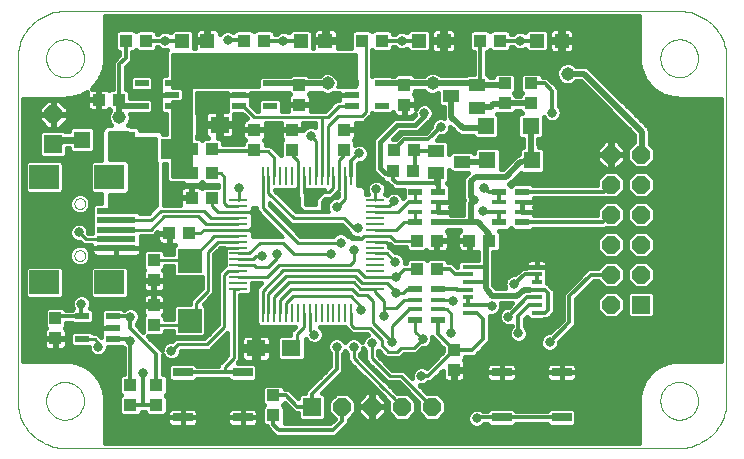
<source format=gtl>
G75*
G70*
%OFA0B0*%
%FSLAX24Y24*%
%IPPOS*%
%LPD*%
%AMOC8*
5,1,8,0,0,1.08239X$1,22.5*
%
%ADD10R,0.0433X0.0394*%
%ADD11R,0.0472X0.0472*%
%ADD12R,0.0394X0.0433*%
%ADD13R,0.0402X0.0701*%
%ADD14R,0.0630X0.0551*%
%ADD15R,0.0354X0.0138*%
%ADD16R,0.0472X0.0217*%
%ADD17R,0.0984X0.0787*%
%ADD18R,0.1299X0.0197*%
%ADD19C,0.0000*%
%ADD20R,0.0650X0.0300*%
%ADD21R,0.0591X0.0110*%
%ADD22R,0.0110X0.0591*%
%ADD23R,0.0800X0.0800*%
%ADD24R,0.0551X0.0394*%
%ADD25R,0.0551X0.0551*%
%ADD26R,0.0600X0.0600*%
%ADD27OC8,0.0600*%
%ADD28R,0.0453X0.0173*%
%ADD29R,0.0453X0.0248*%
%ADD30C,0.0160*%
%ADD31C,0.0320*%
%ADD32C,0.0100*%
%ADD33C,0.0120*%
%ADD34C,0.0450*%
%ADD35C,0.0200*%
%ADD36C,0.0240*%
D10*
X008144Y006033D03*
X009019Y006033D03*
X009019Y006702D03*
X008144Y006702D03*
X012916Y006353D03*
X012916Y005683D03*
X017697Y011504D03*
X018367Y011504D03*
X019447Y011504D03*
X020117Y011504D03*
X012282Y014545D03*
X012282Y015214D03*
X010867Y012942D03*
X010197Y012942D03*
X010117Y011754D03*
X009447Y011754D03*
X007767Y016204D03*
X007097Y016204D03*
X020629Y016083D03*
X021511Y016088D03*
X021511Y016757D03*
X020629Y016752D03*
D11*
X021697Y018179D03*
X022524Y018179D03*
X018587Y018179D03*
X017760Y018179D03*
X014650Y018179D03*
X013823Y018179D03*
X010713Y018179D03*
X009886Y018179D03*
D12*
X008666Y018179D03*
X007997Y018179D03*
X011934Y018179D03*
X012603Y018179D03*
X013782Y016714D03*
X013782Y016045D03*
X013532Y015214D03*
X013532Y014545D03*
X015282Y014545D03*
X015282Y015214D03*
X016925Y014531D03*
X017595Y014531D03*
X017577Y013817D03*
X016908Y013817D03*
X017282Y016045D03*
X017282Y016714D03*
X016540Y018179D03*
X015871Y018179D03*
X019808Y018179D03*
X020477Y018179D03*
X010867Y014567D03*
X010197Y014567D03*
X010197Y013754D03*
X010867Y013754D03*
X008932Y010864D03*
X008932Y010195D03*
X008932Y009364D03*
X008932Y008695D03*
X005644Y008931D03*
X005644Y008261D03*
X017697Y010567D03*
X018367Y010567D03*
X018937Y007868D03*
X018937Y007199D03*
D13*
X009383Y014567D03*
X008682Y014567D03*
D14*
X009942Y015379D03*
X011123Y015379D03*
X012336Y007925D03*
X013518Y007925D03*
D15*
X019387Y009105D03*
X019387Y009361D03*
X019387Y009617D03*
X019387Y009873D03*
X019387Y010129D03*
X019387Y010385D03*
X019387Y010641D03*
X021690Y010641D03*
X021690Y010385D03*
X021690Y010129D03*
X021690Y009873D03*
X021690Y009617D03*
X021690Y009361D03*
X021690Y009105D03*
D16*
X016544Y016005D03*
X015520Y016005D03*
X015520Y016379D03*
X015520Y016753D03*
X016544Y016753D03*
X012794Y016753D03*
X011770Y016753D03*
X011770Y016379D03*
X011770Y016005D03*
X012794Y016005D03*
X009544Y016005D03*
X009544Y016379D03*
X009544Y016753D03*
X008520Y016753D03*
X008520Y016005D03*
X007571Y008986D03*
X007571Y008612D03*
X007571Y008238D03*
X006548Y008238D03*
X006548Y008986D03*
D17*
X007446Y010127D03*
X005280Y010127D03*
X005280Y013631D03*
X007446Y013631D03*
D18*
X007682Y012509D03*
X007682Y012194D03*
X007682Y011879D03*
X007682Y011564D03*
X007682Y011249D03*
D19*
X005969Y004596D02*
X026442Y004596D01*
X026519Y004598D01*
X026596Y004604D01*
X026673Y004613D01*
X026749Y004626D01*
X026825Y004643D01*
X026899Y004664D01*
X026973Y004688D01*
X027045Y004716D01*
X027115Y004747D01*
X027184Y004782D01*
X027252Y004820D01*
X027317Y004861D01*
X027380Y004906D01*
X027441Y004954D01*
X027500Y005004D01*
X027556Y005057D01*
X027609Y005113D01*
X027659Y005172D01*
X027707Y005233D01*
X027752Y005296D01*
X027793Y005361D01*
X027831Y005429D01*
X027866Y005498D01*
X027897Y005568D01*
X027925Y005640D01*
X027949Y005714D01*
X027970Y005788D01*
X027987Y005864D01*
X028000Y005940D01*
X028009Y006017D01*
X028015Y006094D01*
X028017Y006171D01*
X028016Y006171D02*
X028016Y017588D01*
X028017Y017588D02*
X028015Y017665D01*
X028009Y017742D01*
X028000Y017819D01*
X027987Y017895D01*
X027970Y017971D01*
X027949Y018045D01*
X027925Y018119D01*
X027897Y018191D01*
X027866Y018261D01*
X027831Y018330D01*
X027793Y018398D01*
X027752Y018463D01*
X027707Y018526D01*
X027659Y018587D01*
X027609Y018646D01*
X027556Y018702D01*
X027500Y018755D01*
X027441Y018805D01*
X027380Y018853D01*
X027317Y018898D01*
X027252Y018939D01*
X027184Y018977D01*
X027115Y019012D01*
X027045Y019043D01*
X026973Y019071D01*
X026899Y019095D01*
X026825Y019116D01*
X026749Y019133D01*
X026673Y019146D01*
X026596Y019155D01*
X026519Y019161D01*
X026442Y019163D01*
X005969Y019163D01*
X005892Y019161D01*
X005815Y019155D01*
X005738Y019146D01*
X005662Y019133D01*
X005586Y019116D01*
X005512Y019095D01*
X005438Y019071D01*
X005366Y019043D01*
X005296Y019012D01*
X005227Y018977D01*
X005159Y018939D01*
X005094Y018898D01*
X005031Y018853D01*
X004970Y018805D01*
X004911Y018755D01*
X004855Y018702D01*
X004802Y018646D01*
X004752Y018587D01*
X004704Y018526D01*
X004659Y018463D01*
X004618Y018398D01*
X004580Y018330D01*
X004545Y018261D01*
X004514Y018191D01*
X004486Y018119D01*
X004462Y018045D01*
X004441Y017971D01*
X004424Y017895D01*
X004411Y017819D01*
X004402Y017742D01*
X004396Y017665D01*
X004394Y017588D01*
X004394Y006171D01*
X004396Y006094D01*
X004402Y006017D01*
X004411Y005940D01*
X004424Y005864D01*
X004441Y005788D01*
X004462Y005714D01*
X004486Y005640D01*
X004514Y005568D01*
X004545Y005498D01*
X004580Y005429D01*
X004618Y005361D01*
X004659Y005296D01*
X004704Y005233D01*
X004752Y005172D01*
X004802Y005113D01*
X004855Y005057D01*
X004911Y005004D01*
X004970Y004954D01*
X005031Y004906D01*
X005094Y004861D01*
X005159Y004820D01*
X005227Y004782D01*
X005296Y004747D01*
X005366Y004716D01*
X005438Y004688D01*
X005512Y004664D01*
X005586Y004643D01*
X005662Y004626D01*
X005738Y004613D01*
X005815Y004604D01*
X005892Y004598D01*
X005969Y004596D01*
X005892Y004598D01*
X005815Y004604D01*
X005738Y004613D01*
X005662Y004626D01*
X005586Y004643D01*
X005512Y004664D01*
X005438Y004688D01*
X005366Y004716D01*
X005296Y004747D01*
X005227Y004782D01*
X005159Y004820D01*
X005094Y004861D01*
X005031Y004906D01*
X004970Y004954D01*
X004911Y005004D01*
X004855Y005057D01*
X004802Y005113D01*
X004752Y005172D01*
X004704Y005233D01*
X004659Y005296D01*
X004618Y005361D01*
X004580Y005429D01*
X004545Y005498D01*
X004514Y005568D01*
X004486Y005640D01*
X004462Y005714D01*
X004441Y005788D01*
X004424Y005864D01*
X004411Y005940D01*
X004402Y006017D01*
X004396Y006094D01*
X004394Y006171D01*
X005339Y006171D02*
X005341Y006221D01*
X005347Y006271D01*
X005357Y006320D01*
X005371Y006368D01*
X005388Y006415D01*
X005409Y006460D01*
X005434Y006504D01*
X005462Y006545D01*
X005494Y006584D01*
X005528Y006621D01*
X005565Y006655D01*
X005605Y006685D01*
X005647Y006712D01*
X005691Y006736D01*
X005737Y006757D01*
X005784Y006773D01*
X005832Y006786D01*
X005882Y006795D01*
X005931Y006800D01*
X005982Y006801D01*
X006032Y006798D01*
X006081Y006791D01*
X006130Y006780D01*
X006178Y006765D01*
X006224Y006747D01*
X006269Y006725D01*
X006312Y006699D01*
X006353Y006670D01*
X006392Y006638D01*
X006428Y006603D01*
X006460Y006565D01*
X006490Y006525D01*
X006517Y006482D01*
X006540Y006438D01*
X006559Y006392D01*
X006575Y006344D01*
X006587Y006295D01*
X006595Y006246D01*
X006599Y006196D01*
X006599Y006146D01*
X006595Y006096D01*
X006587Y006047D01*
X006575Y005998D01*
X006559Y005950D01*
X006540Y005904D01*
X006517Y005860D01*
X006490Y005817D01*
X006460Y005777D01*
X006428Y005739D01*
X006392Y005704D01*
X006353Y005672D01*
X006312Y005643D01*
X006269Y005617D01*
X006224Y005595D01*
X006178Y005577D01*
X006130Y005562D01*
X006081Y005551D01*
X006032Y005544D01*
X005982Y005541D01*
X005931Y005542D01*
X005882Y005547D01*
X005832Y005556D01*
X005784Y005569D01*
X005737Y005585D01*
X005691Y005606D01*
X005647Y005630D01*
X005605Y005657D01*
X005565Y005687D01*
X005528Y005721D01*
X005494Y005758D01*
X005462Y005797D01*
X005434Y005838D01*
X005409Y005882D01*
X005388Y005927D01*
X005371Y005974D01*
X005357Y006022D01*
X005347Y006071D01*
X005341Y006121D01*
X005339Y006171D01*
X006284Y011013D02*
X006286Y011039D01*
X006292Y011065D01*
X006302Y011090D01*
X006315Y011113D01*
X006331Y011133D01*
X006351Y011151D01*
X006373Y011166D01*
X006396Y011178D01*
X006422Y011186D01*
X006448Y011190D01*
X006474Y011190D01*
X006500Y011186D01*
X006526Y011178D01*
X006550Y011166D01*
X006571Y011151D01*
X006591Y011133D01*
X006607Y011113D01*
X006620Y011090D01*
X006630Y011065D01*
X006636Y011039D01*
X006638Y011013D01*
X006636Y010987D01*
X006630Y010961D01*
X006620Y010936D01*
X006607Y010913D01*
X006591Y010893D01*
X006571Y010875D01*
X006549Y010860D01*
X006526Y010848D01*
X006500Y010840D01*
X006474Y010836D01*
X006448Y010836D01*
X006422Y010840D01*
X006396Y010848D01*
X006372Y010860D01*
X006351Y010875D01*
X006331Y010893D01*
X006315Y010913D01*
X006302Y010936D01*
X006292Y010961D01*
X006286Y010987D01*
X006284Y011013D01*
X006284Y012746D02*
X006286Y012772D01*
X006292Y012798D01*
X006302Y012823D01*
X006315Y012846D01*
X006331Y012866D01*
X006351Y012884D01*
X006373Y012899D01*
X006396Y012911D01*
X006422Y012919D01*
X006448Y012923D01*
X006474Y012923D01*
X006500Y012919D01*
X006526Y012911D01*
X006550Y012899D01*
X006571Y012884D01*
X006591Y012866D01*
X006607Y012846D01*
X006620Y012823D01*
X006630Y012798D01*
X006636Y012772D01*
X006638Y012746D01*
X006636Y012720D01*
X006630Y012694D01*
X006620Y012669D01*
X006607Y012646D01*
X006591Y012626D01*
X006571Y012608D01*
X006549Y012593D01*
X006526Y012581D01*
X006500Y012573D01*
X006474Y012569D01*
X006448Y012569D01*
X006422Y012573D01*
X006396Y012581D01*
X006372Y012593D01*
X006351Y012608D01*
X006331Y012626D01*
X006315Y012646D01*
X006302Y012669D01*
X006292Y012694D01*
X006286Y012720D01*
X006284Y012746D01*
X004394Y017588D02*
X004396Y017665D01*
X004402Y017742D01*
X004411Y017819D01*
X004424Y017895D01*
X004441Y017971D01*
X004462Y018045D01*
X004486Y018119D01*
X004514Y018191D01*
X004545Y018261D01*
X004580Y018330D01*
X004618Y018398D01*
X004659Y018463D01*
X004704Y018526D01*
X004752Y018587D01*
X004802Y018646D01*
X004855Y018702D01*
X004911Y018755D01*
X004970Y018805D01*
X005031Y018853D01*
X005094Y018898D01*
X005159Y018939D01*
X005227Y018977D01*
X005296Y019012D01*
X005366Y019043D01*
X005438Y019071D01*
X005512Y019095D01*
X005586Y019116D01*
X005662Y019133D01*
X005738Y019146D01*
X005815Y019155D01*
X005892Y019161D01*
X005969Y019163D01*
X005339Y017588D02*
X005341Y017638D01*
X005347Y017688D01*
X005357Y017737D01*
X005371Y017785D01*
X005388Y017832D01*
X005409Y017877D01*
X005434Y017921D01*
X005462Y017962D01*
X005494Y018001D01*
X005528Y018038D01*
X005565Y018072D01*
X005605Y018102D01*
X005647Y018129D01*
X005691Y018153D01*
X005737Y018174D01*
X005784Y018190D01*
X005832Y018203D01*
X005882Y018212D01*
X005931Y018217D01*
X005982Y018218D01*
X006032Y018215D01*
X006081Y018208D01*
X006130Y018197D01*
X006178Y018182D01*
X006224Y018164D01*
X006269Y018142D01*
X006312Y018116D01*
X006353Y018087D01*
X006392Y018055D01*
X006428Y018020D01*
X006460Y017982D01*
X006490Y017942D01*
X006517Y017899D01*
X006540Y017855D01*
X006559Y017809D01*
X006575Y017761D01*
X006587Y017712D01*
X006595Y017663D01*
X006599Y017613D01*
X006599Y017563D01*
X006595Y017513D01*
X006587Y017464D01*
X006575Y017415D01*
X006559Y017367D01*
X006540Y017321D01*
X006517Y017277D01*
X006490Y017234D01*
X006460Y017194D01*
X006428Y017156D01*
X006392Y017121D01*
X006353Y017089D01*
X006312Y017060D01*
X006269Y017034D01*
X006224Y017012D01*
X006178Y016994D01*
X006130Y016979D01*
X006081Y016968D01*
X006032Y016961D01*
X005982Y016958D01*
X005931Y016959D01*
X005882Y016964D01*
X005832Y016973D01*
X005784Y016986D01*
X005737Y017002D01*
X005691Y017023D01*
X005647Y017047D01*
X005605Y017074D01*
X005565Y017104D01*
X005528Y017138D01*
X005494Y017175D01*
X005462Y017214D01*
X005434Y017255D01*
X005409Y017299D01*
X005388Y017344D01*
X005371Y017391D01*
X005357Y017439D01*
X005347Y017488D01*
X005341Y017538D01*
X005339Y017588D01*
X026442Y019163D02*
X026519Y019161D01*
X026596Y019155D01*
X026673Y019146D01*
X026749Y019133D01*
X026825Y019116D01*
X026899Y019095D01*
X026973Y019071D01*
X027045Y019043D01*
X027115Y019012D01*
X027184Y018977D01*
X027252Y018939D01*
X027317Y018898D01*
X027380Y018853D01*
X027441Y018805D01*
X027500Y018755D01*
X027556Y018702D01*
X027609Y018646D01*
X027659Y018587D01*
X027707Y018526D01*
X027752Y018463D01*
X027793Y018398D01*
X027831Y018330D01*
X027866Y018261D01*
X027897Y018191D01*
X027925Y018119D01*
X027949Y018045D01*
X027970Y017971D01*
X027987Y017895D01*
X028000Y017819D01*
X028009Y017742D01*
X028015Y017665D01*
X028017Y017588D01*
X025812Y017588D02*
X025814Y017638D01*
X025820Y017688D01*
X025830Y017737D01*
X025844Y017785D01*
X025861Y017832D01*
X025882Y017877D01*
X025907Y017921D01*
X025935Y017962D01*
X025967Y018001D01*
X026001Y018038D01*
X026038Y018072D01*
X026078Y018102D01*
X026120Y018129D01*
X026164Y018153D01*
X026210Y018174D01*
X026257Y018190D01*
X026305Y018203D01*
X026355Y018212D01*
X026404Y018217D01*
X026455Y018218D01*
X026505Y018215D01*
X026554Y018208D01*
X026603Y018197D01*
X026651Y018182D01*
X026697Y018164D01*
X026742Y018142D01*
X026785Y018116D01*
X026826Y018087D01*
X026865Y018055D01*
X026901Y018020D01*
X026933Y017982D01*
X026963Y017942D01*
X026990Y017899D01*
X027013Y017855D01*
X027032Y017809D01*
X027048Y017761D01*
X027060Y017712D01*
X027068Y017663D01*
X027072Y017613D01*
X027072Y017563D01*
X027068Y017513D01*
X027060Y017464D01*
X027048Y017415D01*
X027032Y017367D01*
X027013Y017321D01*
X026990Y017277D01*
X026963Y017234D01*
X026933Y017194D01*
X026901Y017156D01*
X026865Y017121D01*
X026826Y017089D01*
X026785Y017060D01*
X026742Y017034D01*
X026697Y017012D01*
X026651Y016994D01*
X026603Y016979D01*
X026554Y016968D01*
X026505Y016961D01*
X026455Y016958D01*
X026404Y016959D01*
X026355Y016964D01*
X026305Y016973D01*
X026257Y016986D01*
X026210Y017002D01*
X026164Y017023D01*
X026120Y017047D01*
X026078Y017074D01*
X026038Y017104D01*
X026001Y017138D01*
X025967Y017175D01*
X025935Y017214D01*
X025907Y017255D01*
X025882Y017299D01*
X025861Y017344D01*
X025844Y017391D01*
X025830Y017439D01*
X025820Y017488D01*
X025814Y017538D01*
X025812Y017588D01*
X028017Y006171D02*
X028015Y006094D01*
X028009Y006017D01*
X028000Y005940D01*
X027987Y005864D01*
X027970Y005788D01*
X027949Y005714D01*
X027925Y005640D01*
X027897Y005568D01*
X027866Y005498D01*
X027831Y005429D01*
X027793Y005361D01*
X027752Y005296D01*
X027707Y005233D01*
X027659Y005172D01*
X027609Y005113D01*
X027556Y005057D01*
X027500Y005004D01*
X027441Y004954D01*
X027380Y004906D01*
X027317Y004861D01*
X027252Y004820D01*
X027184Y004782D01*
X027115Y004747D01*
X027045Y004716D01*
X026973Y004688D01*
X026899Y004664D01*
X026825Y004643D01*
X026749Y004626D01*
X026673Y004613D01*
X026596Y004604D01*
X026519Y004598D01*
X026442Y004596D01*
X025812Y006171D02*
X025814Y006221D01*
X025820Y006271D01*
X025830Y006320D01*
X025844Y006368D01*
X025861Y006415D01*
X025882Y006460D01*
X025907Y006504D01*
X025935Y006545D01*
X025967Y006584D01*
X026001Y006621D01*
X026038Y006655D01*
X026078Y006685D01*
X026120Y006712D01*
X026164Y006736D01*
X026210Y006757D01*
X026257Y006773D01*
X026305Y006786D01*
X026355Y006795D01*
X026404Y006800D01*
X026455Y006801D01*
X026505Y006798D01*
X026554Y006791D01*
X026603Y006780D01*
X026651Y006765D01*
X026697Y006747D01*
X026742Y006725D01*
X026785Y006699D01*
X026826Y006670D01*
X026865Y006638D01*
X026901Y006603D01*
X026933Y006565D01*
X026963Y006525D01*
X026990Y006482D01*
X027013Y006438D01*
X027032Y006392D01*
X027048Y006344D01*
X027060Y006295D01*
X027068Y006246D01*
X027072Y006196D01*
X027072Y006146D01*
X027068Y006096D01*
X027060Y006047D01*
X027048Y005998D01*
X027032Y005950D01*
X027013Y005904D01*
X026990Y005860D01*
X026963Y005817D01*
X026933Y005777D01*
X026901Y005739D01*
X026865Y005704D01*
X026826Y005672D01*
X026785Y005643D01*
X026742Y005617D01*
X026697Y005595D01*
X026651Y005577D01*
X026603Y005562D01*
X026554Y005551D01*
X026505Y005544D01*
X026455Y005541D01*
X026404Y005542D01*
X026355Y005547D01*
X026305Y005556D01*
X026257Y005569D01*
X026210Y005585D01*
X026164Y005606D01*
X026120Y005630D01*
X026078Y005657D01*
X026038Y005687D01*
X026001Y005721D01*
X025967Y005758D01*
X025935Y005797D01*
X025907Y005838D01*
X025882Y005882D01*
X025861Y005927D01*
X025844Y005974D01*
X025830Y006022D01*
X025820Y006071D01*
X025814Y006121D01*
X025812Y006171D01*
D20*
X022520Y005618D03*
X020520Y005618D03*
X020520Y007118D03*
X022520Y007118D03*
X011890Y007118D03*
X009890Y007118D03*
X009890Y005618D03*
X011890Y005618D03*
D21*
X011749Y009903D03*
X011749Y010100D03*
X011749Y010297D03*
X011749Y010494D03*
X011749Y010690D03*
X011749Y010887D03*
X011749Y011084D03*
X011749Y011281D03*
X011749Y011478D03*
X011749Y011675D03*
X011749Y011871D03*
X011749Y012068D03*
X011749Y012265D03*
X011749Y012462D03*
X011749Y012659D03*
X011749Y012856D03*
X016316Y012856D03*
X016316Y012659D03*
X016316Y012462D03*
X016316Y012265D03*
X016316Y012068D03*
X016316Y011871D03*
X016316Y011675D03*
X016316Y011478D03*
X016316Y011281D03*
X016316Y011084D03*
X016316Y010887D03*
X016316Y010690D03*
X016316Y010494D03*
X016316Y010297D03*
X016316Y010100D03*
X016316Y009903D03*
D22*
X015509Y009096D03*
X015312Y009096D03*
X015115Y009096D03*
X014918Y009096D03*
X014721Y009096D03*
X014524Y009096D03*
X014327Y009096D03*
X014131Y009096D03*
X013934Y009096D03*
X013737Y009096D03*
X013540Y009096D03*
X013343Y009096D03*
X013146Y009096D03*
X012949Y009096D03*
X012753Y009096D03*
X012556Y009096D03*
X012556Y013663D03*
X012753Y013663D03*
X012949Y013663D03*
X013146Y013663D03*
X013343Y013663D03*
X013540Y013663D03*
X013737Y013663D03*
X013934Y013663D03*
X014131Y013663D03*
X014327Y013663D03*
X014524Y013663D03*
X014721Y013663D03*
X014918Y013663D03*
X015115Y013663D03*
X015312Y013663D03*
X015509Y013663D03*
D23*
X010120Y010842D03*
X010120Y008842D03*
D24*
X018349Y013755D03*
X019215Y014129D03*
X018349Y014503D03*
X019715Y015945D03*
X018849Y016319D03*
X019715Y016693D03*
D25*
X019991Y015329D03*
X021487Y015329D03*
X021547Y014184D03*
X020051Y014184D03*
X008030Y014879D03*
X006534Y014879D03*
D26*
X005575Y014726D03*
X014205Y005974D03*
X025170Y009379D03*
D27*
X024170Y009379D03*
X024170Y010379D03*
X025170Y010379D03*
X025170Y011379D03*
X024170Y011379D03*
X024170Y012379D03*
X025170Y012379D03*
X025170Y013379D03*
X024170Y013379D03*
X024170Y014379D03*
X025170Y014379D03*
X018205Y005974D03*
X017205Y005974D03*
X016205Y005974D03*
X015205Y005974D03*
X005575Y015726D03*
D28*
X017648Y012787D03*
X017648Y012472D03*
X018416Y012472D03*
X018416Y012787D03*
X020448Y012787D03*
X020448Y012472D03*
X021216Y012472D03*
X021216Y012787D03*
X018416Y009537D03*
X018416Y009222D03*
X017648Y009222D03*
X017648Y009537D03*
D29*
X017648Y009889D03*
X018416Y009889D03*
X018416Y008870D03*
X017648Y008870D03*
X017648Y012120D03*
X018416Y012120D03*
X018416Y013139D03*
X017648Y013139D03*
X020448Y013139D03*
X021216Y013139D03*
X021216Y012120D03*
X020448Y012120D03*
D30*
X020741Y011836D02*
X020832Y011927D01*
X020923Y011836D01*
X021509Y011836D01*
X021582Y011909D01*
X023912Y011909D01*
X024002Y011908D01*
X024003Y011909D01*
X024005Y011909D01*
X024015Y011919D01*
X024360Y011919D01*
X024630Y012189D01*
X024630Y012570D01*
X024360Y012839D01*
X023979Y012839D01*
X023710Y012570D01*
X023710Y012349D01*
X021619Y012349D01*
X021622Y012362D01*
X021622Y012472D01*
X021622Y012582D01*
X021610Y012628D01*
X021609Y012629D01*
X021610Y012631D01*
X021622Y012676D01*
X021622Y012787D01*
X021622Y012897D01*
X021616Y012919D01*
X023922Y012919D01*
X024012Y012918D01*
X024013Y012919D01*
X024015Y012919D01*
X024360Y012919D01*
X024630Y013189D01*
X024630Y013570D01*
X024360Y013839D01*
X023979Y013839D01*
X023710Y013570D01*
X023710Y013359D01*
X021573Y013359D01*
X021509Y013423D01*
X020923Y013423D01*
X020832Y013332D01*
X020762Y013402D01*
X020816Y013425D01*
X020889Y013498D01*
X021172Y013781D01*
X021205Y013748D01*
X021889Y013748D01*
X021983Y013842D01*
X021983Y014526D01*
X021889Y014619D01*
X021754Y014619D01*
X021752Y014894D01*
X021829Y014894D01*
X021923Y014987D01*
X021923Y015615D01*
X021933Y015590D01*
X022023Y015500D01*
X022141Y015451D01*
X022268Y015451D01*
X022386Y015500D01*
X022476Y015590D01*
X022524Y015707D01*
X022524Y015835D01*
X022476Y015952D01*
X022424Y016004D01*
X022424Y016409D01*
X022429Y016414D01*
X022429Y016596D01*
X022049Y016977D01*
X021888Y016977D01*
X021888Y017020D01*
X021794Y017114D01*
X021228Y017114D01*
X021135Y017020D01*
X021135Y016494D01*
X021206Y016422D01*
X021135Y016351D01*
X021135Y016345D01*
X021006Y016344D01*
X021006Y016346D01*
X020934Y016417D01*
X021006Y016489D01*
X021006Y017015D01*
X020912Y017109D01*
X020346Y017109D01*
X020253Y017015D01*
X020253Y016953D01*
X020151Y016953D01*
X020151Y016956D01*
X020057Y017050D01*
X020028Y017050D01*
X020028Y017802D01*
X020071Y017802D01*
X020142Y017874D01*
X020214Y017802D01*
X020740Y017802D01*
X020834Y017896D01*
X020834Y017959D01*
X020894Y017959D01*
X020945Y017907D01*
X021063Y017859D01*
X021190Y017859D01*
X021301Y017905D01*
X021301Y017876D01*
X021395Y017782D01*
X022000Y017782D01*
X022094Y017876D01*
X022094Y018481D01*
X022000Y018575D01*
X021395Y018575D01*
X021301Y018481D01*
X021301Y018453D01*
X021190Y018499D01*
X021063Y018499D01*
X020945Y018450D01*
X020894Y018399D01*
X020834Y018399D01*
X020834Y018461D01*
X020740Y018555D01*
X020214Y018555D01*
X020142Y018484D01*
X020071Y018555D01*
X019545Y018555D01*
X019451Y018461D01*
X019451Y017896D01*
X019545Y017802D01*
X019588Y017802D01*
X019588Y017050D01*
X019373Y017050D01*
X019338Y017015D01*
X018503Y017015D01*
X018438Y017081D01*
X018296Y017139D01*
X018143Y017139D01*
X018001Y017081D01*
X017935Y017014D01*
X017621Y017014D01*
X017545Y017091D01*
X017019Y017091D01*
X016943Y017014D01*
X016854Y017014D01*
X016846Y017022D01*
X016241Y017022D01*
X016204Y016984D01*
X016204Y017873D01*
X016205Y017874D01*
X016277Y017802D01*
X016803Y017802D01*
X016897Y017896D01*
X016897Y017959D01*
X016957Y017959D01*
X017008Y017907D01*
X017126Y017859D01*
X017253Y017859D01*
X017364Y017905D01*
X017364Y017876D01*
X017458Y017782D01*
X018063Y017782D01*
X018157Y017876D01*
X018157Y018481D01*
X018063Y018575D01*
X017458Y018575D01*
X017364Y018481D01*
X017364Y018453D01*
X017253Y018499D01*
X017126Y018499D01*
X017008Y018450D01*
X016957Y018399D01*
X016897Y018399D01*
X016897Y018461D01*
X016803Y018555D01*
X016277Y018555D01*
X016205Y018484D01*
X016134Y018555D01*
X015608Y018555D01*
X015514Y018461D01*
X015514Y017942D01*
X015066Y017942D01*
X015066Y018140D01*
X014689Y018140D01*
X014689Y018217D01*
X015066Y018217D01*
X015066Y018439D01*
X015054Y018484D01*
X015030Y018525D01*
X014997Y018559D01*
X014956Y018582D01*
X014910Y018595D01*
X014688Y018595D01*
X014688Y018217D01*
X014612Y018217D01*
X014612Y018595D01*
X014390Y018595D01*
X014345Y018582D01*
X014303Y018559D01*
X014270Y018525D01*
X014246Y018484D01*
X014234Y018439D01*
X014234Y018217D01*
X014612Y018217D01*
X014612Y018140D01*
X014234Y018140D01*
X014234Y017942D01*
X014220Y017942D01*
X014220Y018481D01*
X014126Y018575D01*
X013521Y018575D01*
X013427Y018481D01*
X013427Y018453D01*
X013316Y018499D01*
X013189Y018499D01*
X013071Y018450D01*
X013020Y018399D01*
X012960Y018399D01*
X012960Y018461D01*
X012866Y018555D01*
X012340Y018555D01*
X012268Y018484D01*
X012197Y018555D01*
X011671Y018555D01*
X011581Y018465D01*
X011576Y018470D01*
X011458Y018519D01*
X011331Y018519D01*
X011213Y018470D01*
X011129Y018387D01*
X011129Y018439D01*
X011117Y018484D01*
X011093Y018525D01*
X011060Y018559D01*
X011019Y018582D01*
X010973Y018595D01*
X010751Y018595D01*
X010751Y018217D01*
X010675Y018217D01*
X010675Y018595D01*
X010453Y018595D01*
X010408Y018582D01*
X010366Y018559D01*
X010333Y018525D01*
X010309Y018484D01*
X010297Y018439D01*
X010297Y018217D01*
X010675Y018217D01*
X010675Y018140D01*
X010297Y018140D01*
X010297Y017942D01*
X010283Y017942D01*
X010283Y018481D01*
X010189Y018575D01*
X009584Y018575D01*
X009490Y018481D01*
X009490Y018453D01*
X009379Y018499D01*
X009252Y018499D01*
X009134Y018450D01*
X009083Y018399D01*
X009023Y018399D01*
X009023Y018461D01*
X008929Y018555D01*
X008403Y018555D01*
X008331Y018484D01*
X008260Y018555D01*
X007734Y018555D01*
X007640Y018461D01*
X007640Y017896D01*
X007734Y017802D01*
X007777Y017802D01*
X007777Y017693D01*
X007562Y017478D01*
X007562Y017296D01*
X007562Y016561D01*
X007484Y016561D01*
X007446Y016523D01*
X007425Y016545D01*
X007383Y016569D01*
X007338Y016581D01*
X007116Y016581D01*
X007116Y016223D01*
X007079Y016223D01*
X007079Y016581D01*
X006857Y016581D01*
X006857Y016581D01*
X006891Y016607D01*
X006893Y016620D01*
X006937Y016664D01*
X006950Y016666D01*
X006983Y016710D01*
X007022Y016748D01*
X007022Y016761D01*
X007059Y016811D01*
X007071Y016815D01*
X007098Y016863D01*
X007131Y016907D01*
X007129Y016920D01*
X007158Y016974D01*
X007170Y016979D01*
X007189Y017031D01*
X007216Y017079D01*
X007212Y017091D01*
X007234Y017149D01*
X007245Y017156D01*
X007256Y017210D01*
X007275Y017261D01*
X007270Y017273D01*
X007283Y017334D01*
X007293Y017342D01*
X007297Y017397D01*
X007309Y017451D01*
X007302Y017462D01*
X007306Y017517D01*
X007310Y017522D01*
X007310Y017582D01*
X007315Y017643D01*
X007310Y017648D01*
X007310Y018983D01*
X025100Y018983D01*
X025100Y017648D01*
X025096Y017643D01*
X025100Y017582D01*
X025100Y017522D01*
X025105Y017517D01*
X025109Y017462D01*
X025102Y017451D01*
X025114Y017397D01*
X025118Y017342D01*
X025127Y017334D01*
X025141Y017273D01*
X025135Y017261D01*
X025154Y017210D01*
X025166Y017156D01*
X025177Y017149D01*
X025199Y017091D01*
X025195Y017079D01*
X025221Y017031D01*
X025240Y016979D01*
X025252Y016974D01*
X025282Y016920D01*
X025280Y016907D01*
X025313Y016863D01*
X025339Y016815D01*
X025352Y016811D01*
X025389Y016761D01*
X025389Y016748D01*
X025428Y016710D01*
X025461Y016666D01*
X025473Y016664D01*
X025517Y016620D01*
X025519Y016607D01*
X025563Y016574D01*
X025602Y016535D01*
X025615Y016535D01*
X025665Y016498D01*
X025668Y016486D01*
X025716Y016459D01*
X025760Y016427D01*
X025773Y016428D01*
X025828Y016399D01*
X025833Y016387D01*
X025884Y016368D01*
X025932Y016341D01*
X025945Y016345D01*
X026003Y016323D01*
X026010Y016313D01*
X026064Y016301D01*
X026115Y016282D01*
X026127Y016287D01*
X026187Y016274D01*
X026196Y016264D01*
X026251Y016260D01*
X026304Y016249D01*
X026315Y016256D01*
X026371Y016252D01*
X026375Y016247D01*
X026436Y016247D01*
X026496Y016243D01*
X026501Y016247D01*
X027836Y016247D01*
X027836Y007512D01*
X026501Y007512D01*
X026496Y007516D01*
X026436Y007512D01*
X026375Y007512D01*
X026371Y007507D01*
X026315Y007503D01*
X026304Y007510D01*
X026251Y007499D01*
X026196Y007495D01*
X026187Y007485D01*
X026127Y007472D01*
X026115Y007477D01*
X026064Y007458D01*
X026010Y007446D01*
X026003Y007435D01*
X025945Y007414D01*
X025932Y007417D01*
X025884Y007391D01*
X025833Y007372D01*
X025828Y007360D01*
X025773Y007330D01*
X025760Y007332D01*
X025716Y007299D01*
X025668Y007273D01*
X025665Y007260D01*
X025615Y007223D01*
X025602Y007223D01*
X025563Y007184D01*
X025519Y007152D01*
X025517Y007139D01*
X025473Y007095D01*
X025461Y007093D01*
X025428Y007049D01*
X025389Y007010D01*
X025389Y006997D01*
X025352Y006948D01*
X025339Y006944D01*
X025313Y006896D01*
X025280Y006852D01*
X025282Y006839D01*
X025252Y006785D01*
X025240Y006779D01*
X025221Y006728D01*
X025195Y006680D01*
X025199Y006667D01*
X025177Y006609D01*
X025166Y006602D01*
X025154Y006549D01*
X025135Y006497D01*
X025141Y006485D01*
X025127Y006425D01*
X025118Y006416D01*
X025114Y006361D01*
X025102Y006308D01*
X025109Y006297D01*
X025105Y006242D01*
X025100Y006237D01*
X025100Y006177D01*
X025096Y006116D01*
X025100Y006111D01*
X025100Y004776D01*
X007310Y004776D01*
X007310Y006111D01*
X007315Y006116D01*
X007310Y006177D01*
X007310Y006237D01*
X007306Y006242D01*
X007302Y006297D01*
X007309Y006308D01*
X007297Y006361D01*
X007293Y006416D01*
X007283Y006425D01*
X007270Y006485D01*
X007275Y006497D01*
X007256Y006549D01*
X007245Y006602D01*
X007234Y006609D01*
X007212Y006667D01*
X007216Y006680D01*
X007189Y006728D01*
X007170Y006779D01*
X007158Y006785D01*
X007129Y006839D01*
X007131Y006852D01*
X007098Y006896D01*
X007071Y006944D01*
X007059Y006948D01*
X007022Y006997D01*
X007022Y007010D01*
X006983Y007049D01*
X006950Y007093D01*
X006937Y007095D01*
X006893Y007139D01*
X006891Y007152D01*
X006848Y007184D01*
X006809Y007223D01*
X006796Y007223D01*
X006746Y007260D01*
X006742Y007273D01*
X006694Y007299D01*
X006651Y007332D01*
X006638Y007330D01*
X006583Y007360D01*
X006578Y007372D01*
X006527Y007391D01*
X006478Y007417D01*
X006466Y007414D01*
X006408Y007435D01*
X006401Y007446D01*
X006347Y007458D01*
X006296Y007477D01*
X006284Y007472D01*
X006223Y007485D01*
X006215Y007495D01*
X006160Y007499D01*
X006106Y007510D01*
X006096Y007503D01*
X006040Y007507D01*
X006035Y007512D01*
X005975Y007512D01*
X005914Y007516D01*
X005909Y007512D01*
X004574Y007512D01*
X004574Y016247D01*
X005909Y016247D01*
X005914Y016243D01*
X005975Y016247D01*
X006035Y016247D01*
X006040Y016252D01*
X006096Y016256D01*
X006106Y016249D01*
X006160Y016260D01*
X006215Y016264D01*
X006223Y016274D01*
X006284Y016287D01*
X006296Y016282D01*
X006347Y016301D01*
X006401Y016313D01*
X006408Y016323D01*
X006466Y016345D01*
X006478Y016341D01*
X006527Y016368D01*
X006578Y016387D01*
X006583Y016399D01*
X006638Y016428D01*
X006651Y016427D01*
X006694Y016459D01*
X006713Y016470D01*
X006701Y016425D01*
X006701Y016223D01*
X007079Y016223D01*
X007079Y016186D01*
X006701Y016186D01*
X006701Y015984D01*
X006713Y015938D01*
X006737Y015897D01*
X006770Y015863D01*
X006811Y015840D01*
X006857Y015827D01*
X007079Y015827D01*
X007079Y016186D01*
X007116Y016186D01*
X007116Y015827D01*
X007338Y015827D01*
X007383Y015840D01*
X007425Y015863D01*
X007446Y015885D01*
X007470Y015862D01*
X007456Y015847D01*
X007397Y015706D01*
X007397Y015553D01*
X007456Y015411D01*
X007488Y015379D01*
X007382Y015379D01*
X007291Y015341D01*
X007220Y015271D01*
X007182Y015179D01*
X007182Y015080D01*
X007182Y014185D01*
X006887Y014185D01*
X006793Y014091D01*
X006793Y013171D01*
X006887Y013078D01*
X007182Y013078D01*
X007182Y012768D01*
X006966Y012768D01*
X006872Y012674D01*
X006872Y012345D01*
X006872Y012030D01*
X006872Y011774D01*
X006752Y011774D01*
X006752Y011851D01*
X006703Y011968D01*
X006613Y012058D01*
X006496Y012107D01*
X006368Y012107D01*
X006251Y012058D01*
X006161Y011968D01*
X006112Y011851D01*
X006112Y011723D01*
X006161Y011606D01*
X006251Y011516D01*
X006368Y011467D01*
X006455Y011467D01*
X006565Y011357D01*
X006532Y011370D01*
X006390Y011370D01*
X006259Y011316D01*
X006158Y011216D01*
X006104Y011084D01*
X006104Y010942D01*
X006158Y010811D01*
X006259Y010710D01*
X006390Y010656D01*
X006532Y010656D01*
X006664Y010710D01*
X006764Y010811D01*
X006818Y010942D01*
X006818Y011084D01*
X006764Y011216D01*
X006664Y011316D01*
X006571Y011354D01*
X006742Y011354D01*
X006852Y011354D01*
X006852Y011250D01*
X007681Y011250D01*
X007681Y011249D01*
X006852Y011249D01*
X006852Y011127D01*
X006864Y011082D01*
X006888Y011040D01*
X006922Y011007D01*
X006963Y010983D01*
X007008Y010971D01*
X007681Y010971D01*
X007681Y011249D01*
X007682Y011249D01*
X007682Y010971D01*
X008355Y010971D01*
X008401Y010983D01*
X008442Y011007D01*
X008475Y011040D01*
X008499Y011082D01*
X008511Y011127D01*
X008511Y011249D01*
X007682Y011249D01*
X007682Y011250D01*
X008511Y011250D01*
X008511Y011372D01*
X008499Y011417D01*
X008491Y011431D01*
X008491Y011669D01*
X008758Y011669D01*
X008932Y011669D01*
X009051Y011789D01*
X009051Y011773D01*
X009429Y011773D01*
X009429Y011736D01*
X009051Y011736D01*
X009051Y011534D01*
X009063Y011488D01*
X009087Y011447D01*
X009120Y011413D01*
X009161Y011390D01*
X009207Y011378D01*
X009429Y011378D01*
X009429Y011736D01*
X009466Y011736D01*
X009466Y011378D01*
X009629Y011378D01*
X009560Y011308D01*
X009560Y011074D01*
X009289Y011074D01*
X009289Y011147D01*
X009195Y011241D01*
X008669Y011241D01*
X008575Y011147D01*
X008575Y010581D01*
X008613Y010544D01*
X008591Y010522D01*
X008568Y010481D01*
X008555Y010435D01*
X008555Y010213D01*
X008913Y010213D01*
X008913Y010176D01*
X008555Y010176D01*
X008555Y009954D01*
X008568Y009909D01*
X008591Y009868D01*
X008625Y009834D01*
X008666Y009810D01*
X008711Y009798D01*
X008914Y009798D01*
X008914Y010176D01*
X008951Y010176D01*
X008951Y010213D01*
X009309Y010213D01*
X009309Y010435D01*
X009297Y010481D01*
X009273Y010522D01*
X009251Y010544D01*
X009289Y010581D01*
X009289Y010654D01*
X009560Y010654D01*
X009560Y010376D01*
X009653Y010282D01*
X010527Y010282D01*
X010527Y009925D01*
X010127Y009525D01*
X010127Y009402D01*
X009653Y009402D01*
X009560Y009308D01*
X009560Y008905D01*
X009289Y008905D01*
X009289Y008978D01*
X009251Y009015D01*
X009273Y009037D01*
X009297Y009078D01*
X009309Y009124D01*
X009309Y009346D01*
X008951Y009346D01*
X008951Y009382D01*
X009309Y009382D01*
X009309Y009604D01*
X009297Y009650D01*
X009273Y009691D01*
X009239Y009725D01*
X009198Y009748D01*
X009153Y009761D01*
X008951Y009761D01*
X008951Y009383D01*
X008914Y009383D01*
X008914Y009761D01*
X008712Y009761D01*
X008666Y009748D01*
X008625Y009725D01*
X008591Y009691D01*
X008568Y009650D01*
X008555Y009604D01*
X008555Y009382D01*
X008913Y009382D01*
X008913Y009346D01*
X008555Y009346D01*
X008555Y009124D01*
X008568Y009078D01*
X008591Y009037D01*
X008613Y009015D01*
X008575Y008978D01*
X008575Y008476D01*
X008364Y008687D01*
X008364Y008738D01*
X008416Y008790D01*
X008464Y008907D01*
X008464Y009035D01*
X008593Y009035D01*
X008464Y009035D02*
X008416Y009152D01*
X008326Y009242D01*
X008208Y009291D01*
X008081Y009291D01*
X007963Y009242D01*
X007927Y009206D01*
X007922Y009206D01*
X007874Y009255D01*
X007269Y009255D01*
X007175Y009161D01*
X007175Y008812D01*
X007178Y008809D01*
X007168Y008790D01*
X007155Y008744D01*
X007155Y008613D01*
X007571Y008613D01*
X007571Y008612D01*
X007155Y008612D01*
X007155Y008480D01*
X007168Y008435D01*
X007178Y008416D01*
X007175Y008413D01*
X007175Y008299D01*
X007167Y008308D01*
X007044Y008431D01*
X006926Y008431D01*
X006850Y008507D01*
X006245Y008507D01*
X006152Y008413D01*
X006152Y008064D01*
X006245Y007970D01*
X006762Y007970D01*
X006762Y007907D01*
X006811Y007790D01*
X006901Y007700D01*
X007018Y007651D01*
X007146Y007651D01*
X007263Y007700D01*
X007353Y007790D01*
X007402Y007907D01*
X007402Y007970D01*
X007874Y007970D01*
X007877Y007973D01*
X007924Y007926D01*
X007924Y007059D01*
X007861Y007059D01*
X007768Y006965D01*
X007768Y006439D01*
X007839Y006368D01*
X007768Y006296D01*
X007768Y005770D01*
X007861Y005676D01*
X008427Y005676D01*
X008521Y005770D01*
X008521Y005813D01*
X008643Y005813D01*
X008643Y005770D01*
X008736Y005676D01*
X009302Y005676D01*
X009385Y005759D01*
X009385Y005618D01*
X009890Y005618D01*
X009890Y005948D01*
X009542Y005948D01*
X009496Y005935D01*
X009455Y005912D01*
X009421Y005878D01*
X009398Y005837D01*
X009396Y005830D01*
X009396Y006296D01*
X009324Y006368D01*
X009396Y006439D01*
X009396Y006965D01*
X009302Y007059D01*
X009239Y007059D01*
X009239Y007630D01*
X009239Y007686D01*
X009248Y007665D01*
X009338Y007575D01*
X009456Y007526D01*
X009583Y007526D01*
X009701Y007575D01*
X009791Y007665D01*
X009839Y007782D01*
X009839Y007843D01*
X010793Y007843D01*
X010916Y007966D01*
X011384Y008435D01*
X011384Y007683D01*
X011207Y007506D01*
X011084Y007383D01*
X011084Y007338D01*
X010372Y007338D01*
X010282Y007428D01*
X009499Y007428D01*
X009405Y007334D01*
X009405Y006901D01*
X009499Y006808D01*
X010282Y006808D01*
X010372Y006898D01*
X011203Y006898D01*
X011409Y006898D01*
X011499Y006808D01*
X012282Y006808D01*
X012375Y006901D01*
X012375Y007334D01*
X012282Y007428D01*
X011723Y007428D01*
X011804Y007509D01*
X011804Y009687D01*
X011842Y009687D01*
X011869Y009687D01*
X011870Y009688D01*
X012110Y009688D01*
X012204Y009782D01*
X012204Y010024D01*
X012204Y010087D01*
X012516Y010087D01*
X012353Y009924D01*
X012353Y009750D01*
X012353Y009470D01*
X012341Y009457D01*
X012341Y009108D01*
X012329Y009073D01*
X012341Y009050D01*
X012341Y008734D01*
X012434Y008641D01*
X012631Y008641D01*
X012828Y008641D01*
X013025Y008641D01*
X013222Y008641D01*
X013419Y008641D01*
X013615Y008641D01*
X013642Y008641D01*
X013607Y008606D01*
X013484Y008483D01*
X013484Y008361D01*
X013136Y008361D01*
X013043Y008267D01*
X013043Y007583D01*
X013136Y007490D01*
X013899Y007490D01*
X013992Y007583D01*
X013992Y008242D01*
X014011Y008198D01*
X014101Y008108D01*
X014218Y008059D01*
X014346Y008059D01*
X014463Y008108D01*
X014553Y008198D01*
X014602Y008316D01*
X014602Y008443D01*
X014553Y008561D01*
X014473Y008641D01*
X014600Y008641D01*
X014797Y008641D01*
X014993Y008641D01*
X015190Y008641D01*
X015299Y008641D01*
X015299Y008618D01*
X015421Y008495D01*
X015524Y008393D01*
X015698Y008393D01*
X016040Y008393D01*
X016057Y008376D01*
X016012Y008357D01*
X015922Y008267D01*
X015873Y008149D01*
X015873Y008137D01*
X015866Y008155D01*
X015776Y008245D01*
X015658Y008294D01*
X015531Y008294D01*
X015413Y008245D01*
X015323Y008155D01*
X015314Y008132D01*
X015304Y008155D01*
X015214Y008245D01*
X015097Y008293D01*
X014969Y008293D01*
X014852Y008245D01*
X014762Y008155D01*
X014713Y008037D01*
X014713Y007910D01*
X014762Y007792D01*
X014813Y007741D01*
X014813Y007326D01*
X014114Y006627D01*
X013985Y006498D01*
X013985Y006434D01*
X013839Y006434D01*
X013745Y006340D01*
X013661Y006340D01*
X013745Y006340D02*
X013745Y006256D01*
X013429Y006573D01*
X013293Y006573D01*
X013293Y006616D01*
X013199Y006709D01*
X012634Y006709D01*
X012540Y006616D01*
X012540Y006089D01*
X012611Y006018D01*
X012540Y005946D01*
X012540Y005420D01*
X012634Y005326D01*
X012696Y005326D01*
X012696Y005283D01*
X012874Y005105D01*
X013003Y004976D01*
X014803Y004976D01*
X014985Y004976D01*
X015425Y005416D01*
X015425Y005543D01*
X015665Y005783D01*
X015665Y006164D01*
X015396Y006434D01*
X015015Y006434D01*
X014745Y006164D01*
X014745Y005783D01*
X014958Y005571D01*
X014803Y005416D01*
X013289Y005416D01*
X013293Y005420D01*
X013293Y005946D01*
X013221Y006018D01*
X013291Y006088D01*
X013625Y005754D01*
X013745Y005754D01*
X013745Y005608D01*
X013839Y005514D01*
X014572Y005514D01*
X014665Y005608D01*
X014665Y006340D01*
X014921Y006340D01*
X014762Y006181D02*
X014665Y006181D01*
X014665Y006023D02*
X014745Y006023D01*
X014745Y005864D02*
X014665Y005864D01*
X014665Y005706D02*
X014823Y005706D01*
X014935Y005547D02*
X014605Y005547D01*
X015081Y005072D02*
X025100Y005072D01*
X025100Y005230D02*
X015240Y005230D01*
X015398Y005389D02*
X019443Y005389D01*
X019423Y005408D02*
X019513Y005318D01*
X019631Y005270D01*
X019758Y005270D01*
X019876Y005318D01*
X019955Y005398D01*
X020039Y005398D01*
X020129Y005308D01*
X020912Y005308D01*
X021002Y005398D01*
X022039Y005398D01*
X022129Y005308D01*
X022912Y005308D01*
X023005Y005401D01*
X023005Y005834D01*
X022912Y005928D01*
X022129Y005928D01*
X022039Y005838D01*
X021002Y005838D01*
X020912Y005928D01*
X020129Y005928D01*
X020039Y005838D01*
X019899Y005838D01*
X019876Y005861D01*
X019758Y005910D01*
X019631Y005910D01*
X019513Y005861D01*
X019423Y005771D01*
X019374Y005653D01*
X019374Y005526D01*
X019423Y005408D01*
X019374Y005547D02*
X018429Y005547D01*
X018396Y005514D02*
X018665Y005783D01*
X018665Y006164D01*
X018396Y006434D01*
X018042Y006434D01*
X017792Y006684D01*
X017913Y006684D01*
X018030Y006733D01*
X018082Y006784D01*
X018164Y006784D01*
X018560Y007180D01*
X018560Y006958D01*
X018572Y006913D01*
X018596Y006872D01*
X018629Y006838D01*
X018670Y006814D01*
X018716Y006802D01*
X018918Y006802D01*
X018918Y007180D01*
X018955Y007180D01*
X018955Y006802D01*
X019157Y006802D01*
X019203Y006814D01*
X019244Y006838D01*
X019278Y006872D01*
X019301Y006913D01*
X019313Y006958D01*
X019313Y007180D01*
X018955Y007180D01*
X018955Y007217D01*
X019313Y007217D01*
X019313Y007439D01*
X019301Y007485D01*
X019278Y007526D01*
X019256Y007547D01*
X019293Y007585D01*
X019293Y007648D01*
X019445Y007648D01*
X019628Y007648D01*
X020131Y008151D01*
X020131Y008333D01*
X020131Y009002D01*
X020122Y009010D01*
X020125Y009009D01*
X020252Y009009D01*
X020370Y009058D01*
X020460Y009148D01*
X020508Y009266D01*
X020508Y009393D01*
X020498Y009418D01*
X020876Y009418D01*
X020757Y009299D01*
X020685Y009299D01*
X020567Y009251D01*
X020477Y009161D01*
X020428Y009043D01*
X020428Y008916D01*
X020477Y008798D01*
X020567Y008708D01*
X020685Y008659D01*
X020812Y008659D01*
X020862Y008680D01*
X020862Y008662D01*
X020811Y008611D01*
X020762Y008493D01*
X020762Y008366D01*
X020811Y008248D01*
X020901Y008158D01*
X021018Y008109D01*
X021146Y008109D01*
X021263Y008158D01*
X021353Y008248D01*
X021402Y008366D01*
X021402Y008493D01*
X021353Y008611D01*
X021302Y008662D01*
X021302Y008901D01*
X021362Y008961D01*
X021447Y008876D01*
X021933Y008876D01*
X021942Y008885D01*
X022058Y008885D01*
X022187Y009014D01*
X022290Y009117D01*
X022290Y009300D01*
X022290Y009851D01*
X022161Y009980D01*
X022054Y010088D01*
X022027Y010088D01*
X022027Y010250D01*
X022027Y010489D01*
X022035Y010502D01*
X022047Y010548D01*
X022047Y010641D01*
X022047Y010733D01*
X022035Y010779D01*
X023919Y010779D01*
X023979Y010839D02*
X023739Y010599D01*
X023600Y010599D01*
X023417Y010599D01*
X022693Y009875D01*
X022564Y009746D01*
X022564Y008880D01*
X022134Y008449D01*
X022061Y008449D01*
X021943Y008401D01*
X021853Y008311D01*
X021805Y008193D01*
X021805Y008066D01*
X021853Y007948D01*
X021943Y007858D01*
X022061Y007809D01*
X022188Y007809D01*
X022306Y007858D01*
X022396Y007948D01*
X022445Y008066D01*
X022445Y008138D01*
X023004Y008698D01*
X023004Y008880D01*
X023004Y009564D01*
X023600Y010159D01*
X023739Y010159D01*
X023979Y009919D01*
X024360Y009919D01*
X024630Y010189D01*
X024630Y010570D01*
X024360Y010839D01*
X023979Y010839D01*
X023979Y010919D02*
X024360Y010919D01*
X024630Y011189D01*
X024630Y011570D01*
X024360Y011839D01*
X023979Y011839D01*
X023710Y011570D01*
X023710Y011189D01*
X023979Y010919D01*
X023961Y010938D02*
X020247Y010938D01*
X020247Y011096D02*
X023803Y011096D01*
X023710Y011255D02*
X020493Y011255D01*
X020493Y011241D02*
X020493Y011767D01*
X020425Y011836D01*
X020741Y011836D01*
X020794Y011889D02*
X020870Y011889D01*
X020493Y011730D02*
X023870Y011730D01*
X023712Y011572D02*
X020493Y011572D01*
X020493Y011413D02*
X023710Y011413D01*
X024379Y010938D02*
X024961Y010938D01*
X024979Y010919D02*
X025360Y010919D01*
X025630Y011189D01*
X025630Y011570D01*
X025360Y011839D01*
X024979Y011839D01*
X024710Y011570D01*
X024710Y011189D01*
X024979Y010919D01*
X024979Y010839D02*
X024710Y010570D01*
X024710Y010189D01*
X024979Y009919D01*
X025360Y009919D01*
X025630Y010189D01*
X025630Y010570D01*
X025360Y010839D01*
X024979Y010839D01*
X024919Y010779D02*
X024421Y010779D01*
X024579Y010621D02*
X024761Y010621D01*
X024710Y010462D02*
X024630Y010462D01*
X024630Y010303D02*
X024710Y010303D01*
X024754Y010145D02*
X024586Y010145D01*
X024427Y009986D02*
X024912Y009986D01*
X024804Y009839D02*
X024710Y009746D01*
X024710Y009013D01*
X024804Y008919D01*
X025536Y008919D01*
X025630Y009013D01*
X025630Y009746D01*
X025536Y009839D01*
X024804Y009839D01*
X024792Y009828D02*
X024372Y009828D01*
X024360Y009839D02*
X023979Y009839D01*
X023710Y009570D01*
X023710Y009189D01*
X023979Y008919D01*
X024360Y008919D01*
X024630Y009189D01*
X024630Y009570D01*
X024360Y009839D01*
X024530Y009669D02*
X024710Y009669D01*
X024710Y009511D02*
X024630Y009511D01*
X024630Y009352D02*
X024710Y009352D01*
X024710Y009194D02*
X024630Y009194D01*
X024710Y009035D02*
X024476Y009035D01*
X023864Y009035D02*
X023004Y009035D01*
X023004Y008877D02*
X027836Y008877D01*
X027836Y009035D02*
X025630Y009035D01*
X025630Y009194D02*
X027836Y009194D01*
X027836Y009352D02*
X025630Y009352D01*
X025630Y009511D02*
X027836Y009511D01*
X027836Y009669D02*
X025630Y009669D01*
X025548Y009828D02*
X027836Y009828D01*
X027836Y009986D02*
X025427Y009986D01*
X025586Y010145D02*
X027836Y010145D01*
X027836Y010303D02*
X025630Y010303D01*
X025630Y010462D02*
X027836Y010462D01*
X027836Y010621D02*
X025579Y010621D01*
X025421Y010779D02*
X027836Y010779D01*
X027836Y010938D02*
X025379Y010938D01*
X025537Y011096D02*
X027836Y011096D01*
X027836Y011255D02*
X025630Y011255D01*
X025630Y011413D02*
X027836Y011413D01*
X027836Y011572D02*
X025628Y011572D01*
X025469Y011730D02*
X027836Y011730D01*
X027836Y011889D02*
X021562Y011889D01*
X021622Y012365D02*
X023710Y012365D01*
X023710Y012523D02*
X021622Y012523D01*
X021622Y012472D02*
X021216Y012472D01*
X021216Y012472D01*
X021216Y012738D01*
X021216Y012786D01*
X021216Y012786D01*
X021216Y012738D01*
X021216Y012472D01*
X021216Y012472D01*
X021622Y012472D01*
X021622Y012682D02*
X023822Y012682D01*
X024015Y012919D02*
X024015Y012919D01*
X024440Y012999D02*
X024900Y012999D01*
X024979Y012919D02*
X024710Y013189D01*
X024710Y013570D01*
X024979Y013839D01*
X025360Y013839D01*
X025630Y013570D01*
X025630Y013189D01*
X025360Y012919D01*
X024979Y012919D01*
X024979Y012839D02*
X024710Y012570D01*
X024710Y012189D01*
X024979Y011919D01*
X025360Y011919D01*
X025630Y012189D01*
X025630Y012570D01*
X025360Y012839D01*
X024979Y012839D01*
X024822Y012682D02*
X024518Y012682D01*
X024630Y012523D02*
X024710Y012523D01*
X024710Y012365D02*
X024630Y012365D01*
X024630Y012206D02*
X024710Y012206D01*
X024851Y012047D02*
X024489Y012047D01*
X024469Y011730D02*
X024870Y011730D01*
X024712Y011572D02*
X024628Y011572D01*
X024630Y011413D02*
X024710Y011413D01*
X024710Y011255D02*
X024630Y011255D01*
X024537Y011096D02*
X024803Y011096D01*
X023761Y010621D02*
X022047Y010621D01*
X022047Y010641D02*
X021690Y010641D01*
X021690Y010641D01*
X021690Y010890D01*
X021891Y010890D01*
X021937Y010877D01*
X021978Y010854D01*
X022011Y010820D01*
X022035Y010779D01*
X022047Y010641D02*
X021690Y010641D01*
X021690Y010890D01*
X021489Y010890D01*
X021443Y010877D01*
X021402Y010854D01*
X021369Y010820D01*
X021345Y010779D01*
X020247Y010779D01*
X020247Y010634D02*
X020247Y011148D01*
X020400Y011148D01*
X020493Y011241D01*
X019727Y011138D02*
X019727Y010861D01*
X019639Y010861D01*
X019630Y010870D01*
X019143Y010870D01*
X019050Y010776D01*
X019050Y010625D01*
X018888Y010787D01*
X018724Y010787D01*
X018724Y010850D01*
X018630Y010943D01*
X018104Y010943D01*
X018032Y010872D01*
X017961Y010943D01*
X017434Y010943D01*
X017341Y010850D01*
X017341Y010777D01*
X017306Y010777D01*
X017306Y010862D01*
X017257Y010980D01*
X017167Y011070D01*
X017049Y011118D01*
X016963Y011118D01*
X016787Y011294D01*
X016771Y011294D01*
X016771Y011340D01*
X016779Y011353D01*
X016788Y011389D01*
X016820Y011358D01*
X016877Y011297D01*
X016880Y011297D01*
X016883Y011294D01*
X016967Y011294D01*
X017051Y011292D01*
X017053Y011294D01*
X017321Y011294D01*
X017321Y011241D01*
X017415Y011148D01*
X017980Y011148D01*
X018018Y011185D01*
X018040Y011163D01*
X018081Y011140D01*
X018126Y011128D01*
X018348Y011128D01*
X018348Y011486D01*
X018385Y011486D01*
X018385Y011128D01*
X018607Y011128D01*
X018653Y011140D01*
X018694Y011163D01*
X018727Y011197D01*
X018751Y011238D01*
X018763Y011284D01*
X018763Y011486D01*
X018385Y011486D01*
X018385Y011523D01*
X018763Y011523D01*
X018763Y011725D01*
X018751Y011771D01*
X018727Y011812D01*
X018704Y011836D01*
X018709Y011836D01*
X018733Y011860D01*
X019145Y011860D01*
X019120Y011845D01*
X019087Y011812D01*
X019063Y011771D01*
X019051Y011725D01*
X019051Y011523D01*
X019429Y011523D01*
X019429Y011486D01*
X019051Y011486D01*
X019051Y011284D01*
X019063Y011238D01*
X019087Y011197D01*
X019120Y011163D01*
X019161Y011140D01*
X019207Y011128D01*
X019429Y011128D01*
X019429Y011486D01*
X019466Y011486D01*
X019466Y011128D01*
X019688Y011128D01*
X019727Y011138D01*
X019727Y011096D02*
X017103Y011096D01*
X017274Y010938D02*
X017429Y010938D01*
X017341Y010779D02*
X017306Y010779D01*
X017321Y011255D02*
X016826Y011255D01*
X017966Y010938D02*
X018098Y010938D01*
X018636Y010938D02*
X019727Y010938D01*
X019466Y011255D02*
X019429Y011255D01*
X019429Y011413D02*
X019466Y011413D01*
X019051Y011413D02*
X018763Y011413D01*
X018755Y011255D02*
X019059Y011255D01*
X019051Y011572D02*
X018763Y011572D01*
X018762Y011730D02*
X019052Y011730D01*
X018385Y011413D02*
X018348Y011413D01*
X018348Y011255D02*
X018385Y011255D01*
X018896Y010779D02*
X019053Y010779D01*
X020247Y010634D02*
X020247Y010171D01*
X020247Y010026D01*
X020324Y009938D01*
X020648Y009938D01*
X020618Y010009D01*
X020618Y010137D01*
X020667Y010254D01*
X020757Y010344D01*
X020875Y010393D01*
X020968Y010393D01*
X021139Y010545D01*
X021199Y010605D01*
X021207Y010605D01*
X021212Y010610D01*
X021297Y010605D01*
X021333Y010605D01*
X021333Y010641D01*
X021690Y010641D01*
X021690Y010641D01*
X021690Y010641D01*
X021333Y010641D01*
X021333Y010733D01*
X021345Y010779D01*
X021333Y010621D02*
X020247Y010621D01*
X020247Y010462D02*
X021046Y010462D01*
X020716Y010303D02*
X020247Y010303D01*
X020247Y010145D02*
X020622Y010145D01*
X020628Y009986D02*
X020282Y009986D01*
X020508Y009352D02*
X020810Y009352D01*
X020510Y009194D02*
X020479Y009194D01*
X020428Y009035D02*
X020314Y009035D01*
X020445Y008877D02*
X020131Y008877D01*
X020131Y008718D02*
X020557Y008718D01*
X020790Y008559D02*
X020131Y008559D01*
X020131Y008401D02*
X020762Y008401D01*
X020816Y008242D02*
X020131Y008242D01*
X020063Y008084D02*
X021805Y008084D01*
X021825Y008242D02*
X021348Y008242D01*
X021402Y008401D02*
X021944Y008401D01*
X022244Y008559D02*
X021375Y008559D01*
X021302Y008718D02*
X022402Y008718D01*
X022561Y008877D02*
X021934Y008877D01*
X022208Y009035D02*
X022564Y009035D01*
X022564Y009194D02*
X022290Y009194D01*
X022290Y009352D02*
X022564Y009352D01*
X022564Y009511D02*
X022290Y009511D01*
X022290Y009669D02*
X022564Y009669D01*
X022646Y009828D02*
X022290Y009828D01*
X022155Y009986D02*
X022804Y009986D01*
X022963Y010145D02*
X022027Y010145D01*
X022027Y010303D02*
X023121Y010303D01*
X023280Y010462D02*
X022027Y010462D01*
X021690Y010779D02*
X021690Y010779D01*
X023110Y009669D02*
X023809Y009669D01*
X023710Y009511D02*
X023004Y009511D01*
X023004Y009352D02*
X023710Y009352D01*
X023710Y009194D02*
X023004Y009194D01*
X023004Y008718D02*
X027836Y008718D01*
X027836Y008559D02*
X022866Y008559D01*
X022707Y008401D02*
X027836Y008401D01*
X027836Y008242D02*
X022549Y008242D01*
X022445Y008084D02*
X027836Y008084D01*
X027836Y007925D02*
X022373Y007925D01*
X021876Y007925D02*
X019905Y007925D01*
X019746Y007767D02*
X027836Y007767D01*
X027836Y007608D02*
X019293Y007608D01*
X019311Y007450D02*
X026026Y007450D01*
X025701Y007291D02*
X023025Y007291D01*
X023013Y007337D01*
X022989Y007378D01*
X022956Y007412D01*
X022915Y007435D01*
X022869Y007448D01*
X022520Y007448D01*
X022172Y007448D01*
X022126Y007435D01*
X022085Y007412D01*
X022051Y007378D01*
X022028Y007337D01*
X022015Y007291D01*
X021025Y007291D01*
X021013Y007337D01*
X020989Y007378D01*
X020956Y007412D01*
X020915Y007435D01*
X020869Y007448D01*
X020520Y007448D01*
X020172Y007448D01*
X020126Y007435D01*
X020085Y007412D01*
X020051Y007378D01*
X020028Y007337D01*
X020015Y007291D01*
X019313Y007291D01*
X019313Y007133D02*
X020015Y007133D01*
X020015Y007118D02*
X020520Y007118D01*
X020520Y007448D01*
X020520Y007118D01*
X020520Y007118D01*
X020520Y007117D01*
X020520Y007117D01*
X020520Y006788D01*
X020172Y006788D01*
X020126Y006800D01*
X020085Y006824D01*
X020051Y006857D01*
X020028Y006898D01*
X020015Y006944D01*
X020015Y007117D01*
X020520Y007117D01*
X020520Y006788D01*
X020869Y006788D01*
X020915Y006800D01*
X020956Y006824D01*
X020989Y006857D01*
X021013Y006898D01*
X021025Y006944D01*
X021025Y007117D01*
X020521Y007117D01*
X020521Y007118D01*
X021025Y007118D01*
X021025Y007291D01*
X021025Y007133D02*
X022015Y007133D01*
X022015Y007118D02*
X022520Y007118D01*
X022520Y007448D01*
X022520Y007118D01*
X022520Y007118D01*
X022520Y007117D01*
X022520Y007117D01*
X022520Y006788D01*
X022172Y006788D01*
X022126Y006800D01*
X022085Y006824D01*
X022051Y006857D01*
X022028Y006898D01*
X022015Y006944D01*
X022015Y007117D01*
X022520Y007117D01*
X022520Y006788D01*
X022869Y006788D01*
X022915Y006800D01*
X022956Y006824D01*
X022989Y006857D01*
X023013Y006898D01*
X023025Y006944D01*
X023025Y007117D01*
X022521Y007117D01*
X022521Y007118D01*
X023025Y007118D01*
X023025Y007291D01*
X023025Y007133D02*
X025511Y007133D01*
X025371Y006974D02*
X023025Y006974D01*
X022942Y006816D02*
X025269Y006816D01*
X025195Y006657D02*
X017819Y006657D01*
X017978Y006498D02*
X025136Y006498D01*
X025109Y006340D02*
X018490Y006340D01*
X018648Y006181D02*
X025100Y006181D01*
X025100Y006023D02*
X018665Y006023D01*
X018665Y005864D02*
X019521Y005864D01*
X019396Y005706D02*
X018588Y005706D01*
X018396Y005514D02*
X018015Y005514D01*
X017745Y005783D01*
X017745Y006137D01*
X017096Y006786D01*
X016707Y006786D01*
X016584Y006909D01*
X015983Y007510D01*
X015983Y007684D01*
X015983Y007843D01*
X015922Y007904D01*
X015914Y007923D01*
X015914Y007910D01*
X015866Y007793D01*
X015804Y007731D01*
X015804Y007672D01*
X016793Y006683D01*
X017042Y006434D01*
X017396Y006434D01*
X017665Y006164D01*
X017665Y005783D01*
X017396Y005514D01*
X017015Y005514D01*
X016745Y005783D01*
X016745Y006137D01*
X016496Y006386D01*
X015384Y007498D01*
X015384Y007672D01*
X015384Y007731D01*
X015323Y007793D01*
X015314Y007815D01*
X015304Y007792D01*
X015253Y007741D01*
X015253Y007326D01*
X015253Y007143D01*
X014543Y006434D01*
X014572Y006434D01*
X014665Y006340D01*
X014608Y006498D02*
X016384Y006498D01*
X016404Y006454D02*
X016225Y006454D01*
X016225Y005994D01*
X016185Y005994D01*
X016185Y005954D01*
X015725Y005954D01*
X015725Y005775D01*
X016007Y005494D01*
X016185Y005494D01*
X016185Y005954D01*
X016225Y005954D01*
X016225Y005494D01*
X016404Y005494D01*
X016685Y005775D01*
X016685Y005954D01*
X016226Y005954D01*
X016226Y005994D01*
X016685Y005994D01*
X016685Y006173D01*
X016404Y006454D01*
X016518Y006340D02*
X016542Y006340D01*
X016677Y006181D02*
X016701Y006181D01*
X016685Y006023D02*
X016745Y006023D01*
X016745Y005864D02*
X016685Y005864D01*
X016616Y005706D02*
X016823Y005706D01*
X016981Y005547D02*
X016457Y005547D01*
X016225Y005547D02*
X016185Y005547D01*
X016185Y005706D02*
X016225Y005706D01*
X016225Y005864D02*
X016185Y005864D01*
X016185Y005994D02*
X015725Y005994D01*
X015725Y006173D01*
X016007Y006454D01*
X016185Y006454D01*
X016185Y005994D01*
X016185Y006023D02*
X016225Y006023D01*
X016225Y006181D02*
X016185Y006181D01*
X016185Y006340D02*
X016225Y006340D01*
X015893Y006340D02*
X015490Y006340D01*
X015648Y006181D02*
X015734Y006181D01*
X015725Y006023D02*
X015665Y006023D01*
X015665Y005864D02*
X015725Y005864D01*
X015795Y005706D02*
X015588Y005706D01*
X015429Y005547D02*
X015953Y005547D01*
X016978Y006498D02*
X017384Y006498D01*
X017490Y006340D02*
X017542Y006340D01*
X017648Y006181D02*
X017701Y006181D01*
X017665Y006023D02*
X017745Y006023D01*
X017745Y005864D02*
X017665Y005864D01*
X017588Y005706D02*
X017823Y005706D01*
X017981Y005547D02*
X017429Y005547D01*
X017225Y006657D02*
X016819Y006657D01*
X016678Y006816D02*
X016661Y006816D01*
X016519Y006974D02*
X016502Y006974D01*
X016361Y007133D02*
X016344Y007133D01*
X016202Y007291D02*
X016185Y007291D01*
X016044Y007450D02*
X016026Y007450D01*
X015983Y007608D02*
X015868Y007608D01*
X015840Y007767D02*
X015983Y007767D01*
X015384Y007608D02*
X015253Y007608D01*
X015253Y007450D02*
X015433Y007450D01*
X015591Y007291D02*
X015253Y007291D01*
X015242Y007133D02*
X015750Y007133D01*
X015908Y006974D02*
X015084Y006974D01*
X014925Y006816D02*
X016067Y006816D01*
X016225Y006657D02*
X014766Y006657D01*
X014461Y006974D02*
X012375Y006974D01*
X012375Y007133D02*
X014620Y007133D01*
X014778Y007291D02*
X012375Y007291D01*
X012394Y007470D02*
X012675Y007470D01*
X012721Y007482D01*
X012762Y007506D01*
X012795Y007539D01*
X012819Y007580D01*
X012831Y007626D01*
X012831Y007867D01*
X012394Y007867D01*
X012394Y007470D01*
X012279Y007470D02*
X012279Y007867D01*
X012394Y007867D01*
X012394Y007983D01*
X012279Y007983D01*
X012279Y008381D01*
X011998Y008381D01*
X011952Y008369D01*
X011911Y008345D01*
X011877Y008311D01*
X011854Y008270D01*
X011841Y008225D01*
X011841Y007983D01*
X012278Y007983D01*
X012278Y007867D01*
X011841Y007867D01*
X011841Y007626D01*
X011854Y007580D01*
X011877Y007539D01*
X011911Y007506D01*
X011952Y007482D01*
X011998Y007470D01*
X012279Y007470D01*
X012279Y007608D02*
X012394Y007608D01*
X012394Y007767D02*
X012279Y007767D01*
X012278Y007925D02*
X011804Y007925D01*
X011804Y007767D02*
X011841Y007767D01*
X011846Y007608D02*
X011804Y007608D01*
X011745Y007450D02*
X014813Y007450D01*
X014813Y007608D02*
X013992Y007608D01*
X013992Y007767D02*
X014787Y007767D01*
X014713Y007925D02*
X013992Y007925D01*
X013992Y008084D02*
X014159Y008084D01*
X014405Y008084D02*
X014732Y008084D01*
X014849Y008242D02*
X014572Y008242D01*
X014602Y008401D02*
X015516Y008401D01*
X015410Y008242D02*
X015216Y008242D01*
X015357Y008559D02*
X014554Y008559D01*
X013561Y008559D02*
X011804Y008559D01*
X011804Y008401D02*
X013484Y008401D01*
X013043Y008242D02*
X012827Y008242D01*
X012831Y008225D02*
X012819Y008270D01*
X012795Y008311D01*
X012762Y008345D01*
X012721Y008369D01*
X012675Y008381D01*
X012394Y008381D01*
X012394Y007983D01*
X012831Y007983D01*
X012831Y008225D01*
X012831Y008084D02*
X013043Y008084D01*
X013043Y007925D02*
X012394Y007925D01*
X012394Y008084D02*
X012279Y008084D01*
X012279Y008242D02*
X012394Y008242D01*
X011846Y008242D02*
X011804Y008242D01*
X011804Y008084D02*
X011841Y008084D01*
X011384Y008084D02*
X011034Y008084D01*
X011192Y008242D02*
X011384Y008242D01*
X011384Y008401D02*
X011351Y008401D01*
X011072Y008716D02*
X010619Y008263D01*
X009814Y008263D01*
X009640Y008263D01*
X009542Y008166D01*
X009456Y008166D01*
X009338Y008117D01*
X009248Y008027D01*
X009199Y007910D01*
X009199Y007852D01*
X008733Y008318D01*
X009195Y008318D01*
X009289Y008412D01*
X009289Y008485D01*
X009560Y008485D01*
X009560Y008376D01*
X009653Y008282D01*
X010586Y008282D01*
X010680Y008376D01*
X010680Y009308D01*
X010592Y009396D01*
X010947Y009751D01*
X010947Y009925D01*
X010947Y011051D01*
X011163Y011268D01*
X011273Y011268D01*
X011273Y011202D01*
X011286Y011156D01*
X011293Y011143D01*
X011293Y011009D01*
X011293Y010812D01*
X011293Y010688D01*
X011195Y010589D01*
X011072Y010466D01*
X011072Y008716D01*
X011072Y008718D02*
X010680Y008718D01*
X010680Y008559D02*
X010915Y008559D01*
X010757Y008401D02*
X010680Y008401D01*
X010680Y008877D02*
X011072Y008877D01*
X011072Y009035D02*
X010680Y009035D01*
X010680Y009194D02*
X011072Y009194D01*
X011072Y009352D02*
X010636Y009352D01*
X010706Y009511D02*
X011072Y009511D01*
X011072Y009669D02*
X010865Y009669D01*
X010947Y009828D02*
X011072Y009828D01*
X011072Y009986D02*
X010947Y009986D01*
X010947Y010145D02*
X011072Y010145D01*
X011072Y010303D02*
X010947Y010303D01*
X010947Y010462D02*
X011072Y010462D01*
X010947Y010621D02*
X011226Y010621D01*
X011293Y010779D02*
X010947Y010779D01*
X010947Y010938D02*
X011293Y010938D01*
X011293Y011096D02*
X010992Y011096D01*
X011150Y011255D02*
X011273Y011255D01*
X009560Y011255D02*
X008511Y011255D01*
X008500Y011413D02*
X009121Y011413D01*
X009051Y011572D02*
X008491Y011572D01*
X008993Y011730D02*
X009051Y011730D01*
X009429Y011730D02*
X009466Y011730D01*
X009466Y011572D02*
X009429Y011572D01*
X009429Y011413D02*
X009466Y011413D01*
X009560Y011096D02*
X009289Y011096D01*
X009289Y010621D02*
X009560Y010621D01*
X009560Y010462D02*
X009302Y010462D01*
X009309Y010303D02*
X009632Y010303D01*
X009309Y010176D02*
X009309Y009954D01*
X009297Y009909D01*
X009273Y009868D01*
X009239Y009834D01*
X009198Y009810D01*
X009153Y009798D01*
X008951Y009798D01*
X008951Y010176D01*
X009309Y010176D01*
X009309Y010145D02*
X010527Y010145D01*
X010527Y009986D02*
X009309Y009986D01*
X009229Y009828D02*
X010429Y009828D01*
X010271Y009669D02*
X009286Y009669D01*
X009309Y009511D02*
X010127Y009511D01*
X009604Y009352D02*
X008951Y009352D01*
X008913Y009352D02*
X006839Y009352D01*
X006839Y009345D02*
X006839Y009472D01*
X006791Y009590D01*
X006701Y009680D01*
X006583Y009728D01*
X006456Y009728D01*
X006338Y009680D01*
X006248Y009590D01*
X006199Y009472D01*
X006199Y009345D01*
X006239Y009249D01*
X006197Y009206D01*
X006001Y009206D01*
X006001Y009213D01*
X005907Y009307D01*
X005381Y009307D01*
X005287Y009213D01*
X005287Y008648D01*
X005325Y008610D01*
X005303Y008588D01*
X005280Y008547D01*
X005267Y008501D01*
X005267Y008280D01*
X005626Y008280D01*
X005626Y008243D01*
X005267Y008243D01*
X005267Y008021D01*
X005280Y007975D01*
X005303Y007934D01*
X005337Y007901D01*
X005378Y007877D01*
X005424Y007865D01*
X005626Y007865D01*
X005626Y008243D01*
X005663Y008243D01*
X005663Y008280D01*
X006021Y008280D01*
X006021Y008501D01*
X006009Y008547D01*
X005985Y008588D01*
X005963Y008610D01*
X006001Y008648D01*
X006001Y008766D01*
X006197Y008766D01*
X006245Y008718D01*
X006850Y008718D01*
X006944Y008812D01*
X006944Y009161D01*
X006850Y009255D01*
X006802Y009255D01*
X006839Y009345D01*
X006823Y009511D02*
X008555Y009511D01*
X008579Y009669D02*
X008098Y009669D01*
X008098Y009667D02*
X008098Y010587D01*
X008004Y010681D01*
X006887Y010681D01*
X006793Y010587D01*
X006793Y009667D01*
X006887Y009574D01*
X008004Y009574D01*
X008098Y009667D01*
X008098Y009828D02*
X008636Y009828D01*
X008555Y009986D02*
X008098Y009986D01*
X008098Y010145D02*
X008555Y010145D01*
X008555Y010303D02*
X008098Y010303D01*
X008098Y010462D02*
X008563Y010462D01*
X008575Y010621D02*
X008064Y010621D01*
X008575Y010779D02*
X006732Y010779D01*
X006816Y010938D02*
X008575Y010938D01*
X008575Y011096D02*
X008503Y011096D01*
X007682Y011096D02*
X007681Y011096D01*
X006860Y011096D02*
X006813Y011096D01*
X006852Y011255D02*
X006725Y011255D01*
X006509Y011413D02*
X004574Y011413D01*
X004574Y011255D02*
X006198Y011255D01*
X006109Y011096D02*
X004574Y011096D01*
X004574Y010938D02*
X006106Y010938D01*
X006190Y010779D02*
X004574Y010779D01*
X004574Y010621D02*
X004661Y010621D01*
X004628Y010587D02*
X004628Y009667D01*
X004722Y009574D01*
X005839Y009574D01*
X005932Y009667D01*
X005932Y010587D01*
X005839Y010681D01*
X004722Y010681D01*
X004628Y010587D01*
X004628Y010462D02*
X004574Y010462D01*
X004574Y010303D02*
X004628Y010303D01*
X004628Y010145D02*
X004574Y010145D01*
X004574Y009986D02*
X004628Y009986D01*
X004628Y009828D02*
X004574Y009828D01*
X004574Y009669D02*
X004628Y009669D01*
X004574Y009511D02*
X006215Y009511D01*
X006199Y009352D02*
X004574Y009352D01*
X004574Y009194D02*
X005287Y009194D01*
X005287Y009035D02*
X004574Y009035D01*
X004574Y008877D02*
X005287Y008877D01*
X005287Y008718D02*
X004574Y008718D01*
X004574Y008559D02*
X005287Y008559D01*
X005267Y008401D02*
X004574Y008401D01*
X004574Y008242D02*
X005267Y008242D01*
X005267Y008084D02*
X004574Y008084D01*
X004574Y007925D02*
X005312Y007925D01*
X005626Y007925D02*
X005663Y007925D01*
X005663Y007865D02*
X005865Y007865D01*
X005911Y007877D01*
X005952Y007901D01*
X005985Y007934D01*
X006009Y007975D01*
X006021Y008021D01*
X006021Y008243D01*
X005663Y008243D01*
X005663Y007865D01*
X005663Y008084D02*
X005626Y008084D01*
X005626Y008242D02*
X005663Y008242D01*
X006021Y008242D02*
X006152Y008242D01*
X006152Y008084D02*
X006021Y008084D01*
X005976Y007925D02*
X006762Y007925D01*
X006833Y007767D02*
X004574Y007767D01*
X004574Y007608D02*
X007924Y007608D01*
X007924Y007450D02*
X006384Y007450D01*
X006709Y007291D02*
X007924Y007291D01*
X007924Y007133D02*
X006900Y007133D01*
X007039Y006974D02*
X007777Y006974D01*
X007768Y006816D02*
X007142Y006816D01*
X007216Y006657D02*
X007768Y006657D01*
X007768Y006498D02*
X007275Y006498D01*
X007302Y006340D02*
X007812Y006340D01*
X007768Y006181D02*
X007310Y006181D01*
X007310Y006023D02*
X007768Y006023D01*
X007768Y005864D02*
X007310Y005864D01*
X007310Y005706D02*
X007832Y005706D01*
X007310Y005547D02*
X009385Y005547D01*
X009385Y005617D02*
X009385Y005444D01*
X009398Y005398D01*
X009421Y005357D01*
X009455Y005324D01*
X009496Y005300D01*
X009542Y005288D01*
X009890Y005288D01*
X009890Y005617D01*
X009891Y005617D01*
X009891Y005618D01*
X010395Y005618D01*
X010395Y005791D01*
X010383Y005837D01*
X010359Y005878D01*
X010326Y005912D01*
X010285Y005935D01*
X010239Y005948D01*
X009891Y005948D01*
X009891Y005618D01*
X009890Y005618D01*
X009890Y005617D01*
X009385Y005617D01*
X009385Y005706D02*
X009332Y005706D01*
X009396Y005864D02*
X009413Y005864D01*
X009396Y006023D02*
X012606Y006023D01*
X012540Y006181D02*
X009396Y006181D01*
X009352Y006340D02*
X012540Y006340D01*
X012540Y006498D02*
X009396Y006498D01*
X009396Y006657D02*
X012581Y006657D01*
X012290Y006816D02*
X014303Y006816D01*
X014144Y006657D02*
X013252Y006657D01*
X013503Y006498D02*
X013986Y006498D01*
X013356Y006023D02*
X013226Y006023D01*
X013293Y005864D02*
X013515Y005864D01*
X013293Y005706D02*
X013745Y005706D01*
X013806Y005547D02*
X013293Y005547D01*
X012908Y005072D02*
X007310Y005072D01*
X007310Y005230D02*
X012749Y005230D01*
X012571Y005389D02*
X012378Y005389D01*
X012383Y005398D02*
X012395Y005444D01*
X012395Y005617D01*
X011891Y005617D01*
X011891Y005618D01*
X012395Y005618D01*
X012395Y005791D01*
X012383Y005837D01*
X012359Y005878D01*
X012326Y005912D01*
X012285Y005935D01*
X012239Y005948D01*
X011891Y005948D01*
X011891Y005618D01*
X011890Y005618D01*
X011890Y005948D01*
X011542Y005948D01*
X011496Y005935D01*
X011455Y005912D01*
X011421Y005878D01*
X011398Y005837D01*
X011385Y005791D01*
X011385Y005618D01*
X011890Y005618D01*
X011890Y005617D01*
X011891Y005617D01*
X011891Y005288D01*
X012239Y005288D01*
X012285Y005300D01*
X012326Y005324D01*
X012359Y005357D01*
X012383Y005398D01*
X012395Y005547D02*
X012540Y005547D01*
X012540Y005706D02*
X012395Y005706D01*
X012367Y005864D02*
X012540Y005864D01*
X011891Y005864D02*
X011890Y005864D01*
X011890Y005706D02*
X011891Y005706D01*
X011890Y005617D02*
X011385Y005617D01*
X011385Y005444D01*
X011398Y005398D01*
X011421Y005357D01*
X011455Y005324D01*
X011496Y005300D01*
X011542Y005288D01*
X011890Y005288D01*
X011890Y005617D01*
X011890Y005547D02*
X011891Y005547D01*
X011890Y005389D02*
X011891Y005389D01*
X011403Y005389D02*
X010378Y005389D01*
X010383Y005398D02*
X010395Y005444D01*
X010395Y005617D01*
X009891Y005617D01*
X009891Y005288D01*
X010239Y005288D01*
X010285Y005300D01*
X010326Y005324D01*
X010359Y005357D01*
X010383Y005398D01*
X010395Y005547D02*
X011385Y005547D01*
X011385Y005706D02*
X010395Y005706D01*
X010367Y005864D02*
X011413Y005864D01*
X009891Y005864D02*
X009890Y005864D01*
X009890Y005706D02*
X009891Y005706D01*
X009890Y005547D02*
X009891Y005547D01*
X009890Y005389D02*
X009891Y005389D01*
X009403Y005389D02*
X007310Y005389D01*
X007310Y004913D02*
X025100Y004913D01*
X025100Y005389D02*
X022993Y005389D01*
X023005Y005547D02*
X025100Y005547D01*
X025100Y005706D02*
X023005Y005706D01*
X022975Y005864D02*
X025100Y005864D01*
X022520Y006816D02*
X022520Y006816D01*
X022520Y006974D02*
X022520Y006974D01*
X022520Y007133D02*
X022520Y007133D01*
X022520Y007291D02*
X022520Y007291D01*
X022015Y007291D02*
X022015Y007118D01*
X022015Y006974D02*
X021025Y006974D01*
X020942Y006816D02*
X022099Y006816D01*
X020520Y006816D02*
X020520Y006816D01*
X020520Y006974D02*
X020520Y006974D01*
X020520Y007133D02*
X020520Y007133D01*
X020520Y007291D02*
X020520Y007291D01*
X020015Y007291D02*
X020015Y007118D01*
X020015Y006974D02*
X019313Y006974D01*
X019205Y006816D02*
X020099Y006816D01*
X018955Y006816D02*
X018918Y006816D01*
X018918Y006974D02*
X018955Y006974D01*
X018955Y007133D02*
X018918Y007133D01*
X018560Y007133D02*
X018512Y007133D01*
X018560Y006974D02*
X018354Y006974D01*
X018195Y006816D02*
X018668Y006816D01*
X018049Y007291D02*
X017993Y007291D01*
X018030Y007276D02*
X018032Y007274D01*
X018580Y007822D01*
X018580Y007914D01*
X018211Y008283D01*
X018211Y008173D01*
X018162Y008056D01*
X018072Y007966D01*
X017954Y007917D01*
X017868Y007917D01*
X017683Y007732D01*
X017509Y007732D01*
X017269Y007732D01*
X017123Y007587D01*
X016949Y007587D01*
X016662Y007587D01*
X016539Y007710D01*
X016539Y007710D01*
X016433Y007815D01*
X016433Y007815D01*
X016404Y007844D01*
X016403Y007843D01*
X016403Y007684D01*
X016881Y007206D01*
X017096Y007206D01*
X017270Y007206D01*
X017529Y006947D01*
X017529Y007068D01*
X017578Y007186D01*
X017668Y007276D01*
X017785Y007324D01*
X017913Y007324D01*
X018030Y007276D01*
X018207Y007450D02*
X016637Y007450D01*
X016640Y007608D02*
X016479Y007608D01*
X016482Y007767D02*
X016403Y007767D01*
X017145Y007608D02*
X018366Y007608D01*
X018524Y007767D02*
X017717Y007767D01*
X017974Y007925D02*
X018568Y007925D01*
X018410Y008084D02*
X018174Y008084D01*
X018211Y008242D02*
X018251Y008242D01*
X017705Y007291D02*
X016796Y007291D01*
X017344Y007133D02*
X017556Y007133D01*
X017529Y006974D02*
X017502Y006974D01*
X015349Y007767D02*
X015279Y007767D01*
X015778Y008242D02*
X015912Y008242D01*
X013043Y007767D02*
X012831Y007767D01*
X012827Y007608D02*
X013043Y007608D01*
X011491Y006816D02*
X010290Y006816D01*
X009491Y006816D02*
X009396Y006816D01*
X009387Y006974D02*
X009405Y006974D01*
X009405Y007133D02*
X009239Y007133D01*
X009239Y007291D02*
X009405Y007291D01*
X009239Y007450D02*
X011151Y007450D01*
X011207Y007506D02*
X011207Y007506D01*
X011310Y007608D02*
X009734Y007608D01*
X009833Y007767D02*
X011384Y007767D01*
X011384Y007925D02*
X010875Y007925D01*
X011804Y008718D02*
X012357Y008718D01*
X012341Y008877D02*
X011804Y008877D01*
X011804Y009035D02*
X012341Y009035D01*
X012341Y009194D02*
X011804Y009194D01*
X011804Y009352D02*
X012341Y009352D01*
X012353Y009511D02*
X011804Y009511D01*
X011804Y009669D02*
X012353Y009669D01*
X012353Y009828D02*
X012204Y009828D01*
X012204Y009986D02*
X012416Y009986D01*
X009560Y009194D02*
X009309Y009194D01*
X009271Y009035D02*
X009560Y009035D01*
X008951Y009511D02*
X008914Y009511D01*
X008914Y009669D02*
X008951Y009669D01*
X008951Y009828D02*
X008914Y009828D01*
X008914Y009986D02*
X008951Y009986D01*
X008951Y010145D02*
X008914Y010145D01*
X008555Y009194D02*
X008374Y009194D01*
X008452Y008877D02*
X008575Y008877D01*
X008575Y008718D02*
X008364Y008718D01*
X008492Y008559D02*
X008575Y008559D01*
X008809Y008242D02*
X009619Y008242D01*
X009560Y008401D02*
X009278Y008401D01*
X009305Y008084D02*
X008967Y008084D01*
X009126Y007925D02*
X009206Y007925D01*
X009239Y007608D02*
X009304Y007608D01*
X007924Y007767D02*
X007330Y007767D01*
X007402Y007925D02*
X007924Y007925D01*
X007175Y008401D02*
X007074Y008401D01*
X007155Y008559D02*
X006002Y008559D01*
X006001Y008718D02*
X007155Y008718D01*
X007175Y008877D02*
X006944Y008877D01*
X006944Y009035D02*
X007175Y009035D01*
X007208Y009194D02*
X006911Y009194D01*
X006793Y009669D02*
X006711Y009669D01*
X006793Y009828D02*
X005932Y009828D01*
X005932Y009986D02*
X006793Y009986D01*
X006793Y010145D02*
X005932Y010145D01*
X005932Y010303D02*
X006793Y010303D01*
X006793Y010462D02*
X005932Y010462D01*
X005899Y010621D02*
X006827Y010621D01*
X006328Y009669D02*
X005932Y009669D01*
X006021Y008401D02*
X006152Y008401D01*
X008457Y005706D02*
X008707Y005706D01*
X006195Y011572D02*
X004574Y011572D01*
X004574Y011730D02*
X006112Y011730D01*
X006128Y011889D02*
X004574Y011889D01*
X004574Y012047D02*
X006240Y012047D01*
X006624Y012047D02*
X006872Y012047D01*
X006872Y011889D02*
X006736Y011889D01*
X006872Y012206D02*
X004574Y012206D01*
X004574Y012365D02*
X006872Y012365D01*
X006872Y012523D02*
X006744Y012523D01*
X006764Y012543D02*
X006818Y012674D01*
X006818Y012817D01*
X006764Y012948D01*
X006664Y013048D01*
X006532Y013103D01*
X006390Y013103D01*
X006259Y013048D01*
X006158Y012948D01*
X006104Y012817D01*
X006104Y012674D01*
X006158Y012543D01*
X006259Y012443D01*
X006390Y012388D01*
X006532Y012388D01*
X006664Y012443D01*
X006764Y012543D01*
X006818Y012682D02*
X006880Y012682D01*
X006809Y012840D02*
X007182Y012840D01*
X007182Y012999D02*
X006713Y012999D01*
X006807Y013157D02*
X005918Y013157D01*
X005932Y013171D02*
X005932Y014091D01*
X005839Y014185D01*
X004722Y014185D01*
X004628Y014091D01*
X004628Y013171D01*
X004722Y013078D01*
X005839Y013078D01*
X005932Y013171D01*
X005932Y013316D02*
X006793Y013316D01*
X006793Y013474D02*
X005932Y013474D01*
X005932Y013633D02*
X006793Y013633D01*
X006793Y013791D02*
X005932Y013791D01*
X005932Y013950D02*
X006793Y013950D01*
X006811Y014109D02*
X005915Y014109D01*
X005942Y014266D02*
X006035Y014360D01*
X006035Y014599D01*
X006099Y014599D01*
X006099Y014537D01*
X006192Y014444D01*
X006876Y014444D01*
X006970Y014537D01*
X006970Y015221D01*
X006876Y015315D01*
X006192Y015315D01*
X006099Y015221D01*
X006099Y015159D01*
X005968Y015159D01*
X005942Y015186D01*
X005209Y015186D01*
X005115Y015092D01*
X005115Y014360D01*
X005209Y014266D01*
X005942Y014266D01*
X005943Y014267D02*
X007182Y014267D01*
X007182Y014426D02*
X006035Y014426D01*
X006035Y014584D02*
X006099Y014584D01*
X005208Y014267D02*
X004574Y014267D01*
X004574Y014109D02*
X004645Y014109D01*
X004628Y013950D02*
X004574Y013950D01*
X004574Y013791D02*
X004628Y013791D01*
X004628Y013633D02*
X004574Y013633D01*
X004574Y013474D02*
X004628Y013474D01*
X004628Y013316D02*
X004574Y013316D01*
X004574Y013157D02*
X004642Y013157D01*
X004574Y012999D02*
X006209Y012999D01*
X006114Y012840D02*
X004574Y012840D01*
X004574Y012682D02*
X006104Y012682D01*
X006179Y012523D02*
X004574Y012523D01*
X004574Y014426D02*
X005115Y014426D01*
X005115Y014584D02*
X004574Y014584D01*
X004574Y014743D02*
X005115Y014743D01*
X005115Y014901D02*
X004574Y014901D01*
X004574Y015060D02*
X005115Y015060D01*
X005377Y015246D02*
X005095Y015527D01*
X005095Y015706D01*
X005555Y015706D01*
X005555Y015746D01*
X005095Y015746D01*
X005095Y015925D01*
X005377Y016206D01*
X005555Y016206D01*
X005555Y015746D01*
X005595Y015746D01*
X005595Y016206D01*
X005774Y016206D01*
X006055Y015925D01*
X006055Y015746D01*
X005596Y015746D01*
X005596Y015706D01*
X006055Y015706D01*
X006055Y015527D01*
X005774Y015246D01*
X005595Y015246D01*
X005595Y015706D01*
X005555Y015706D01*
X005555Y015246D01*
X005377Y015246D01*
X005246Y015377D02*
X004574Y015377D01*
X004574Y015535D02*
X005095Y015535D01*
X005095Y015694D02*
X004574Y015694D01*
X004574Y015852D02*
X005095Y015852D01*
X005182Y016011D02*
X004574Y016011D01*
X004574Y016170D02*
X005340Y016170D01*
X005555Y016170D02*
X005595Y016170D01*
X005595Y016011D02*
X005555Y016011D01*
X005555Y015852D02*
X005595Y015852D01*
X005595Y015694D02*
X005555Y015694D01*
X005555Y015535D02*
X005595Y015535D01*
X005595Y015377D02*
X005555Y015377D01*
X005905Y015377D02*
X007376Y015377D01*
X007404Y015535D02*
X006055Y015535D01*
X006055Y015694D02*
X007397Y015694D01*
X007406Y015852D02*
X007461Y015852D01*
X007116Y015852D02*
X007079Y015852D01*
X007079Y016011D02*
X007116Y016011D01*
X007116Y016170D02*
X007079Y016170D01*
X007079Y016328D02*
X007116Y016328D01*
X007116Y016487D02*
X007079Y016487D01*
X006919Y016645D02*
X007562Y016645D01*
X007562Y016804D02*
X007053Y016804D01*
X007152Y016962D02*
X007562Y016962D01*
X007562Y017121D02*
X007223Y017121D01*
X007271Y017279D02*
X007562Y017279D01*
X007562Y017438D02*
X007306Y017438D01*
X007311Y017596D02*
X007681Y017596D01*
X007777Y017755D02*
X007310Y017755D01*
X007310Y017914D02*
X007640Y017914D01*
X007640Y018072D02*
X007310Y018072D01*
X007310Y018231D02*
X007640Y018231D01*
X007640Y018389D02*
X007310Y018389D01*
X007310Y018548D02*
X007726Y018548D01*
X007310Y018706D02*
X025100Y018706D01*
X025100Y018548D02*
X022882Y018548D01*
X022871Y018559D02*
X022830Y018582D01*
X022784Y018595D01*
X022562Y018595D01*
X022562Y018217D01*
X022486Y018217D01*
X022486Y018595D01*
X022264Y018595D01*
X022219Y018582D01*
X022177Y018559D01*
X022144Y018525D01*
X022120Y018484D01*
X022108Y018439D01*
X022108Y018217D01*
X022486Y018217D01*
X022486Y018140D01*
X022562Y018140D01*
X022562Y017762D01*
X022784Y017762D01*
X022830Y017775D01*
X022871Y017798D01*
X022904Y017832D01*
X022928Y017873D01*
X022940Y017919D01*
X022940Y018140D01*
X022563Y018140D01*
X022563Y018217D01*
X022940Y018217D01*
X022940Y018439D01*
X022928Y018484D01*
X022904Y018525D01*
X022871Y018559D01*
X022940Y018389D02*
X025100Y018389D01*
X025100Y018231D02*
X022940Y018231D01*
X022940Y018072D02*
X025100Y018072D01*
X025100Y017914D02*
X022939Y017914D01*
X022562Y017914D02*
X022486Y017914D01*
X022486Y017762D02*
X022486Y018140D01*
X022108Y018140D01*
X022108Y017919D01*
X022120Y017873D01*
X022144Y017832D01*
X022177Y017798D01*
X022219Y017775D01*
X022264Y017762D01*
X022486Y017762D01*
X022597Y017438D02*
X020028Y017438D01*
X020028Y017596D02*
X025099Y017596D01*
X025105Y017438D02*
X022855Y017438D01*
X022802Y017460D02*
X022649Y017460D01*
X022508Y017401D01*
X022399Y017293D01*
X022341Y017151D01*
X022341Y016998D01*
X022399Y016857D01*
X022508Y016748D01*
X022649Y016690D01*
X022802Y016690D01*
X022944Y016748D01*
X023010Y016815D01*
X023162Y016815D01*
X024941Y015035D01*
X024941Y014801D01*
X024710Y014570D01*
X024710Y014189D01*
X024979Y013919D01*
X025360Y013919D01*
X025630Y014189D01*
X025630Y014570D01*
X025461Y014738D01*
X025461Y015091D01*
X025461Y015195D01*
X025422Y015290D01*
X023417Y017295D01*
X023322Y017335D01*
X023218Y017335D01*
X023010Y017335D01*
X022944Y017401D01*
X022802Y017460D01*
X022394Y017279D02*
X020028Y017279D01*
X020028Y017121D02*
X022341Y017121D01*
X022356Y016962D02*
X022063Y016962D01*
X022222Y016804D02*
X022452Y016804D01*
X022381Y016645D02*
X023332Y016645D01*
X023490Y016487D02*
X022429Y016487D01*
X022424Y016328D02*
X023649Y016328D01*
X023807Y016170D02*
X022424Y016170D01*
X022424Y016011D02*
X023966Y016011D01*
X024124Y015852D02*
X022517Y015852D01*
X022519Y015694D02*
X024283Y015694D01*
X024441Y015535D02*
X022421Y015535D01*
X021988Y015535D02*
X021923Y015535D01*
X021923Y015377D02*
X024600Y015377D01*
X024759Y015218D02*
X021923Y015218D01*
X021923Y015060D02*
X024917Y015060D01*
X024941Y014901D02*
X021837Y014901D01*
X021753Y014743D02*
X023854Y014743D01*
X023971Y014859D02*
X023690Y014578D01*
X023690Y014399D01*
X024150Y014399D01*
X024150Y014359D01*
X024190Y014359D01*
X024190Y013899D01*
X024369Y013899D01*
X024650Y014181D01*
X024650Y014359D01*
X024190Y014359D01*
X024190Y014399D01*
X024650Y014399D01*
X024650Y014578D01*
X024369Y014859D01*
X024190Y014859D01*
X024190Y014400D01*
X024150Y014400D01*
X024150Y014859D01*
X023971Y014859D01*
X024150Y014743D02*
X024190Y014743D01*
X024190Y014584D02*
X024150Y014584D01*
X024150Y014426D02*
X024190Y014426D01*
X024150Y014359D02*
X023690Y014359D01*
X023690Y014181D01*
X023971Y013899D01*
X024150Y013899D01*
X024150Y014359D01*
X024150Y014267D02*
X024190Y014267D01*
X024190Y014109D02*
X024150Y014109D01*
X024150Y013950D02*
X024190Y013950D01*
X024419Y013950D02*
X024949Y013950D01*
X024931Y013791D02*
X024408Y013791D01*
X024567Y013633D02*
X024773Y013633D01*
X024710Y013474D02*
X024630Y013474D01*
X024630Y013316D02*
X024710Y013316D01*
X024741Y013157D02*
X024598Y013157D01*
X025440Y012999D02*
X027836Y012999D01*
X027836Y013157D02*
X025598Y013157D01*
X025630Y013316D02*
X027836Y013316D01*
X027836Y013474D02*
X025630Y013474D01*
X025567Y013633D02*
X027836Y013633D01*
X027836Y013791D02*
X025408Y013791D01*
X025391Y013950D02*
X027836Y013950D01*
X027836Y014109D02*
X025550Y014109D01*
X025630Y014267D02*
X027836Y014267D01*
X027836Y014426D02*
X025630Y014426D01*
X025616Y014584D02*
X027836Y014584D01*
X027836Y014743D02*
X025461Y014743D01*
X025461Y014901D02*
X027836Y014901D01*
X027836Y015060D02*
X025461Y015060D01*
X025452Y015218D02*
X027836Y015218D01*
X027836Y015377D02*
X025335Y015377D01*
X025177Y015535D02*
X027836Y015535D01*
X027836Y015694D02*
X025018Y015694D01*
X024860Y015852D02*
X027836Y015852D01*
X027836Y016011D02*
X024701Y016011D01*
X024543Y016170D02*
X027836Y016170D01*
X025991Y016328D02*
X024384Y016328D01*
X024226Y016487D02*
X025668Y016487D01*
X025492Y016645D02*
X024067Y016645D01*
X023908Y016804D02*
X025357Y016804D01*
X025259Y016962D02*
X023750Y016962D01*
X023591Y017121D02*
X025188Y017121D01*
X025139Y017279D02*
X023433Y017279D01*
X023173Y016804D02*
X022999Y016804D01*
X022109Y017914D02*
X022094Y017914D01*
X022094Y018072D02*
X022108Y018072D01*
X022094Y018231D02*
X022108Y018231D01*
X022094Y018389D02*
X022108Y018389D01*
X022166Y018548D02*
X022027Y018548D01*
X022486Y018548D02*
X022562Y018548D01*
X022562Y018389D02*
X022486Y018389D01*
X022486Y018231D02*
X022562Y018231D01*
X022562Y018072D02*
X022486Y018072D01*
X021368Y018548D02*
X020747Y018548D01*
X020207Y018548D02*
X020078Y018548D01*
X019537Y018548D02*
X018945Y018548D01*
X018934Y018559D02*
X018893Y018582D01*
X018847Y018595D01*
X018625Y018595D01*
X018625Y018217D01*
X018549Y018217D01*
X018549Y018595D01*
X018327Y018595D01*
X018282Y018582D01*
X018240Y018559D01*
X018207Y018525D01*
X018183Y018484D01*
X018171Y018439D01*
X018171Y018217D01*
X018549Y018217D01*
X018549Y018140D01*
X018625Y018140D01*
X018625Y017762D01*
X018847Y017762D01*
X018893Y017775D01*
X018934Y017798D01*
X018967Y017832D01*
X018991Y017873D01*
X019003Y017919D01*
X019003Y018140D01*
X018626Y018140D01*
X018626Y018217D01*
X019003Y018217D01*
X019003Y018439D01*
X018991Y018484D01*
X018967Y018525D01*
X018934Y018559D01*
X019003Y018389D02*
X019451Y018389D01*
X019451Y018231D02*
X019003Y018231D01*
X019003Y018072D02*
X019451Y018072D01*
X019451Y017914D02*
X019002Y017914D01*
X018625Y017914D02*
X018549Y017914D01*
X018549Y017762D02*
X018549Y018140D01*
X018171Y018140D01*
X018171Y017919D01*
X018183Y017873D01*
X018207Y017832D01*
X018240Y017798D01*
X018282Y017775D01*
X018327Y017762D01*
X018549Y017762D01*
X018172Y017914D02*
X018157Y017914D01*
X018157Y018072D02*
X018171Y018072D01*
X018157Y018231D02*
X018171Y018231D01*
X018157Y018389D02*
X018171Y018389D01*
X018229Y018548D02*
X018090Y018548D01*
X018549Y018548D02*
X018625Y018548D01*
X018625Y018389D02*
X018549Y018389D01*
X018549Y018231D02*
X018625Y018231D01*
X018625Y018072D02*
X018549Y018072D01*
X019588Y017755D02*
X016204Y017755D01*
X016204Y017596D02*
X019588Y017596D01*
X019588Y017438D02*
X016204Y017438D01*
X016204Y017279D02*
X019588Y017279D01*
X019588Y017121D02*
X018341Y017121D01*
X018098Y017121D02*
X016204Y017121D01*
X015520Y016380D02*
X015104Y016380D01*
X015104Y016419D01*
X014917Y016419D01*
X014796Y016369D01*
X014643Y016369D01*
X014522Y016419D01*
X014127Y016419D01*
X014101Y016394D01*
X014123Y016372D01*
X014147Y016331D01*
X014159Y016285D01*
X014159Y016063D01*
X013801Y016063D01*
X013801Y016026D01*
X014159Y016026D01*
X014159Y015839D01*
X014445Y015839D01*
X014619Y015839D01*
X014633Y015839D01*
X014885Y016091D01*
X015008Y016214D01*
X015113Y016214D01*
X015104Y016247D01*
X015104Y016379D01*
X015520Y016379D01*
X015520Y016380D01*
X015104Y016328D02*
X014147Y016328D01*
X014159Y016170D02*
X014963Y016170D01*
X014804Y016011D02*
X014159Y016011D01*
X014159Y015852D02*
X014646Y015852D01*
X014314Y015419D02*
X013909Y015419D01*
X013909Y015232D01*
X013551Y015232D01*
X013551Y015196D01*
X013896Y015196D01*
X013976Y015276D01*
X014093Y015324D01*
X014221Y015324D01*
X014314Y015286D01*
X014314Y015419D01*
X014314Y015377D02*
X013909Y015377D01*
X013919Y015218D02*
X013551Y015218D01*
X013513Y015218D02*
X012301Y015218D01*
X012301Y015232D02*
X012679Y015232D01*
X012679Y015419D01*
X013155Y015419D01*
X013155Y015232D01*
X013513Y015232D01*
X013513Y015196D01*
X013155Y015196D01*
X013155Y014974D01*
X013168Y014928D01*
X013191Y014887D01*
X013213Y014865D01*
X013175Y014828D01*
X013175Y014359D01*
X013159Y014359D01*
X013159Y014362D01*
X012930Y014591D01*
X012807Y014714D01*
X012659Y014714D01*
X012659Y014808D01*
X012599Y014867D01*
X012609Y014873D01*
X012643Y014907D01*
X012666Y014948D01*
X012679Y014993D01*
X012679Y015196D01*
X012301Y015196D01*
X012301Y015232D01*
X012263Y015232D02*
X012263Y015196D01*
X011886Y015196D01*
X011886Y014993D01*
X011898Y014948D01*
X011922Y014907D01*
X011955Y014873D01*
X011965Y014867D01*
X011906Y014808D01*
X011906Y014724D01*
X011224Y014724D01*
X011224Y014850D01*
X011130Y014943D01*
X011065Y014943D01*
X011065Y015321D01*
X011180Y015321D01*
X011180Y014924D01*
X011461Y014924D01*
X011507Y014936D01*
X011548Y014960D01*
X011582Y014993D01*
X011605Y015034D01*
X011618Y015080D01*
X011618Y015321D01*
X011181Y015321D01*
X011181Y015437D01*
X011618Y015437D01*
X011618Y015679D01*
X011605Y015724D01*
X011598Y015737D01*
X011877Y015737D01*
X012028Y015587D01*
X011996Y015579D01*
X011955Y015555D01*
X011922Y015521D01*
X011898Y015480D01*
X011886Y015435D01*
X011886Y015232D01*
X012263Y015232D01*
X012263Y015218D02*
X011618Y015218D01*
X011612Y015060D02*
X011886Y015060D01*
X011927Y014901D02*
X011172Y014901D01*
X011180Y015060D02*
X011065Y015060D01*
X011065Y015218D02*
X011180Y015218D01*
X011065Y015321D02*
X010628Y015321D01*
X010628Y015080D01*
X010640Y015034D01*
X010664Y014993D01*
X010697Y014960D01*
X010726Y014943D01*
X010604Y014943D01*
X010532Y014872D01*
X010461Y014943D01*
X010367Y014943D01*
X010367Y014988D01*
X010416Y015037D01*
X010416Y015721D01*
X010367Y015771D01*
X010367Y016419D01*
X011354Y016419D01*
X011354Y016380D01*
X011770Y016380D01*
X011770Y016379D01*
X011354Y016379D01*
X011354Y016247D01*
X011366Y016202D01*
X011377Y016183D01*
X011374Y016180D01*
X011374Y015835D01*
X011180Y015835D01*
X011180Y015437D01*
X011065Y015437D01*
X011065Y015321D01*
X011065Y015377D02*
X010416Y015377D01*
X010416Y015535D02*
X010628Y015535D01*
X010628Y015437D02*
X011065Y015437D01*
X011065Y015835D01*
X010784Y015835D01*
X010738Y015823D01*
X010697Y015799D01*
X010664Y015765D01*
X010640Y015724D01*
X010628Y015679D01*
X010628Y015437D01*
X010628Y015218D02*
X010416Y015218D01*
X010416Y015060D02*
X010633Y015060D01*
X010561Y014901D02*
X010503Y014901D01*
X011224Y014743D02*
X011906Y014743D01*
X012637Y014901D02*
X013183Y014901D01*
X013175Y014743D02*
X012659Y014743D01*
X012679Y015060D02*
X013155Y015060D01*
X013155Y015377D02*
X012679Y015377D01*
X012398Y015839D02*
X012369Y015839D01*
X012166Y016042D01*
X012166Y016180D01*
X012163Y016183D01*
X012174Y016202D01*
X012186Y016247D01*
X012186Y016379D01*
X011771Y016379D01*
X011771Y016380D01*
X012186Y016380D01*
X012186Y016419D01*
X013437Y016419D01*
X013463Y016394D01*
X013441Y016372D01*
X013418Y016331D01*
X013405Y016285D01*
X013405Y016063D01*
X013763Y016063D01*
X013763Y016026D01*
X013405Y016026D01*
X013405Y015839D01*
X013190Y015839D01*
X013190Y016180D01*
X013096Y016274D01*
X012491Y016274D01*
X012398Y016180D01*
X012398Y015839D01*
X012398Y015852D02*
X012356Y015852D01*
X012398Y016011D02*
X012197Y016011D01*
X012166Y016170D02*
X012398Y016170D01*
X012186Y016328D02*
X013417Y016328D01*
X013405Y016170D02*
X013190Y016170D01*
X013190Y016011D02*
X013405Y016011D01*
X013405Y015852D02*
X013190Y015852D01*
X011921Y015694D02*
X011614Y015694D01*
X011618Y015535D02*
X011936Y015535D01*
X011886Y015377D02*
X011181Y015377D01*
X011180Y015535D02*
X011065Y015535D01*
X011065Y015694D02*
X011180Y015694D01*
X011374Y015852D02*
X010367Y015852D01*
X010367Y016011D02*
X011374Y016011D01*
X011374Y016170D02*
X010367Y016170D01*
X010367Y016328D02*
X011354Y016328D01*
X010632Y015694D02*
X010416Y015694D01*
X009322Y015694D02*
X008167Y015694D01*
X008167Y015706D02*
X008151Y015745D01*
X008210Y015745D01*
X008218Y015737D01*
X008823Y015737D01*
X008916Y015831D01*
X008916Y016180D01*
X008823Y016274D01*
X008218Y016274D01*
X008210Y016265D01*
X008143Y016265D01*
X008143Y016467D01*
X008050Y016561D01*
X008002Y016561D01*
X008002Y017296D01*
X008217Y017510D01*
X008217Y017693D01*
X008217Y017802D01*
X008260Y017802D01*
X008331Y017874D01*
X008403Y017802D01*
X008929Y017802D01*
X009023Y017896D01*
X009023Y017959D01*
X009083Y017959D01*
X009134Y017907D01*
X009252Y017859D01*
X009361Y017859D01*
X009322Y017819D01*
X009322Y017022D01*
X009241Y017022D01*
X009148Y016928D01*
X009148Y016579D01*
X009151Y016576D01*
X009140Y016557D01*
X009128Y016511D01*
X009128Y016380D01*
X009422Y016380D01*
X009423Y016379D01*
X009422Y016379D01*
X009128Y016379D01*
X009128Y016247D01*
X009140Y016202D01*
X009151Y016183D01*
X009148Y016180D01*
X009148Y015831D01*
X009241Y015737D01*
X009322Y015737D01*
X009322Y015077D01*
X009247Y015077D01*
X009244Y015083D01*
X009174Y015154D01*
X009082Y015192D01*
X008466Y015192D01*
X008466Y015221D01*
X008372Y015315D01*
X008200Y015315D01*
X008174Y015341D01*
X008082Y015379D01*
X008076Y015379D01*
X008108Y015411D01*
X008167Y015553D01*
X008167Y015706D01*
X008160Y015535D02*
X009322Y015535D01*
X009322Y015377D02*
X008088Y015377D01*
X008466Y015218D02*
X009322Y015218D01*
X009148Y015852D02*
X008916Y015852D01*
X008916Y016011D02*
X009148Y016011D01*
X009148Y016170D02*
X008916Y016170D01*
X009128Y016328D02*
X008143Y016328D01*
X008124Y016487D02*
X008216Y016487D01*
X008218Y016485D02*
X008823Y016485D01*
X008916Y016579D01*
X008916Y016928D01*
X008823Y017022D01*
X008218Y017022D01*
X008124Y016928D01*
X008124Y016579D01*
X008218Y016485D01*
X008124Y016645D02*
X008002Y016645D01*
X008002Y016804D02*
X008124Y016804D01*
X008158Y016962D02*
X008002Y016962D01*
X008002Y017121D02*
X009322Y017121D01*
X009322Y017279D02*
X008002Y017279D01*
X008144Y017438D02*
X009322Y017438D01*
X009322Y017596D02*
X008217Y017596D01*
X008217Y017755D02*
X009322Y017755D01*
X009128Y017914D02*
X009023Y017914D01*
X008936Y018548D02*
X009557Y018548D01*
X010216Y018548D02*
X010355Y018548D01*
X010297Y018389D02*
X010283Y018389D01*
X010283Y018231D02*
X010297Y018231D01*
X010283Y018072D02*
X010297Y018072D01*
X010675Y018231D02*
X010751Y018231D01*
X010751Y018389D02*
X010675Y018389D01*
X010675Y018548D02*
X010751Y018548D01*
X011071Y018548D02*
X011663Y018548D01*
X012204Y018548D02*
X012332Y018548D01*
X012873Y018548D02*
X013494Y018548D01*
X014153Y018548D02*
X014292Y018548D01*
X014234Y018389D02*
X014220Y018389D01*
X014220Y018231D02*
X014234Y018231D01*
X014220Y018072D02*
X014234Y018072D01*
X014612Y018231D02*
X014688Y018231D01*
X014688Y018389D02*
X014612Y018389D01*
X014612Y018548D02*
X014688Y018548D01*
X015008Y018548D02*
X015600Y018548D01*
X015514Y018389D02*
X015066Y018389D01*
X015066Y018231D02*
X015514Y018231D01*
X015514Y018072D02*
X015066Y018072D01*
X016141Y018548D02*
X016270Y018548D01*
X016810Y018548D02*
X017431Y018548D01*
X017002Y017914D02*
X016897Y017914D01*
X017639Y016494D02*
X017935Y016494D01*
X018001Y016428D01*
X018143Y016369D01*
X018296Y016369D01*
X018413Y016418D01*
X018413Y016056D01*
X018507Y015963D01*
X018589Y015963D01*
X018589Y015695D01*
X018589Y015612D01*
X018559Y015625D01*
X018432Y015625D01*
X018314Y015576D01*
X018224Y015486D01*
X018175Y015368D01*
X018175Y015296D01*
X017990Y015110D01*
X017194Y015110D01*
X017065Y014981D01*
X016991Y014907D01*
X016916Y014907D01*
X017136Y015126D01*
X017591Y015126D01*
X017687Y015126D01*
X017775Y015163D01*
X018079Y015467D01*
X018091Y015479D01*
X018124Y015493D01*
X018214Y015583D01*
X018263Y015700D01*
X018263Y015828D01*
X018214Y015945D01*
X018124Y016035D01*
X018007Y016084D01*
X017879Y016084D01*
X017762Y016035D01*
X017672Y015945D01*
X017659Y015914D01*
X017659Y016026D01*
X017301Y016026D01*
X017301Y016063D01*
X017659Y016063D01*
X017659Y016285D01*
X017647Y016331D01*
X017623Y016372D01*
X017601Y016394D01*
X017639Y016431D01*
X017639Y016494D01*
X017639Y016487D02*
X017943Y016487D01*
X017647Y016328D02*
X018413Y016328D01*
X018413Y016170D02*
X017659Y016170D01*
X017659Y016011D02*
X017738Y016011D01*
X017623Y015718D02*
X017623Y015700D01*
X017626Y015693D01*
X017540Y015606D01*
X017084Y015606D01*
X016989Y015606D01*
X016900Y015570D01*
X016256Y014926D01*
X016220Y014837D01*
X016220Y014742D01*
X016220Y013899D01*
X016256Y013811D01*
X016324Y013743D01*
X016422Y013645D01*
X016489Y013577D01*
X016551Y013552D01*
X016551Y013535D01*
X016645Y013441D01*
X016698Y013441D01*
X016928Y013211D01*
X017111Y013211D01*
X017262Y013211D01*
X017262Y012949D01*
X017262Y012949D01*
X017243Y012929D01*
X017214Y012998D01*
X017124Y013088D01*
X017007Y013137D01*
X016879Y013137D01*
X016762Y013088D01*
X016711Y013037D01*
X016677Y013071D01*
X016636Y013071D01*
X016671Y013156D01*
X016671Y013283D01*
X016622Y013401D01*
X016532Y013491D01*
X016415Y013539D01*
X016287Y013539D01*
X016170Y013491D01*
X016080Y013401D01*
X016031Y013283D01*
X016031Y013156D01*
X016066Y013071D01*
X016012Y013071D01*
X016012Y013225D01*
X015877Y013359D01*
X015724Y013359D01*
X015724Y013567D01*
X015728Y013572D01*
X015728Y014062D01*
X015763Y014097D01*
X015846Y014097D01*
X015963Y014145D01*
X016053Y014235D01*
X016102Y014353D01*
X016102Y014480D01*
X016053Y014598D01*
X015963Y014688D01*
X015846Y014737D01*
X015718Y014737D01*
X015639Y014704D01*
X015639Y014828D01*
X015601Y014865D01*
X015623Y014887D01*
X015647Y014928D01*
X015659Y014974D01*
X015659Y015196D01*
X015301Y015196D01*
X015301Y015232D01*
X015659Y015232D01*
X015659Y015448D01*
X015770Y015448D01*
X015944Y015448D01*
X016081Y015586D01*
X016204Y015709D01*
X016204Y015774D01*
X016241Y015737D01*
X016846Y015737D01*
X016907Y015798D01*
X016918Y015759D01*
X016941Y015718D01*
X016975Y015684D01*
X017016Y015660D01*
X017062Y015648D01*
X017264Y015648D01*
X017264Y016026D01*
X017301Y016026D01*
X017301Y015648D01*
X017503Y015648D01*
X017548Y015660D01*
X017589Y015684D01*
X017623Y015718D01*
X017623Y015718D01*
X017626Y015694D02*
X017599Y015694D01*
X017301Y015694D02*
X017264Y015694D01*
X017264Y015852D02*
X017301Y015852D01*
X017301Y016011D02*
X017264Y016011D01*
X016965Y015694D02*
X016189Y015694D01*
X016031Y015535D02*
X016866Y015535D01*
X016708Y015377D02*
X015659Y015377D01*
X015301Y015218D02*
X016549Y015218D01*
X016390Y015060D02*
X015659Y015060D01*
X015631Y014901D02*
X016246Y014901D01*
X016220Y014743D02*
X015639Y014743D01*
X016059Y014584D02*
X016220Y014584D01*
X016220Y014426D02*
X016102Y014426D01*
X016066Y014267D02*
X016220Y014267D01*
X016220Y014109D02*
X015874Y014109D01*
X015728Y013950D02*
X016220Y013950D01*
X016276Y013791D02*
X015728Y013791D01*
X015728Y013633D02*
X016434Y013633D01*
X016549Y013474D02*
X016611Y013474D01*
X016658Y013316D02*
X016824Y013316D01*
X016671Y013157D02*
X017262Y013157D01*
X017262Y012999D02*
X017214Y012999D01*
X016905Y013781D02*
X016625Y013781D01*
X016460Y013947D01*
X016460Y014790D01*
X017036Y015366D01*
X017639Y015366D01*
X017943Y015670D01*
X017943Y015764D01*
X018167Y015535D02*
X018274Y015535D01*
X018260Y015694D02*
X018589Y015694D01*
X018589Y015852D02*
X018253Y015852D01*
X018149Y016011D02*
X018459Y016011D01*
X018179Y015377D02*
X017989Y015377D01*
X018098Y015218D02*
X017831Y015218D01*
X018362Y014860D02*
X018486Y014985D01*
X018559Y014985D01*
X018677Y015033D01*
X018767Y015123D01*
X018815Y015241D01*
X018815Y015309D01*
X019016Y015108D01*
X019090Y015035D01*
X019185Y014995D01*
X019556Y014995D01*
X019556Y014987D01*
X019649Y014894D01*
X020333Y014894D01*
X020427Y014987D01*
X020427Y015671D01*
X020372Y015726D01*
X020912Y015726D01*
X021006Y015820D01*
X021006Y015824D01*
X021135Y015825D01*
X021135Y015824D01*
X021194Y015765D01*
X021145Y015765D01*
X021052Y015671D01*
X021052Y014987D01*
X021145Y014894D01*
X021232Y014894D01*
X021234Y014619D01*
X021205Y014619D01*
X021111Y014526D01*
X021111Y014389D01*
X021100Y014389D01*
X021083Y014381D01*
X021065Y014379D01*
X021036Y014362D01*
X021005Y014349D01*
X020992Y014336D01*
X020976Y014326D01*
X020956Y014300D01*
X020561Y013905D01*
X020487Y013905D01*
X020487Y014526D01*
X020393Y014619D01*
X019709Y014619D01*
X019615Y014526D01*
X019615Y014428D01*
X019557Y014486D01*
X018873Y014486D01*
X018785Y014397D01*
X018785Y014766D01*
X018691Y014860D01*
X018362Y014860D01*
X018403Y014901D02*
X019642Y014901D01*
X019674Y014584D02*
X018785Y014584D01*
X018785Y014426D02*
X018813Y014426D01*
X018785Y014743D02*
X021233Y014743D01*
X021170Y014584D02*
X020428Y014584D01*
X020487Y014426D02*
X021111Y014426D01*
X020923Y014267D02*
X020487Y014267D01*
X020487Y014109D02*
X020764Y014109D01*
X020606Y013950D02*
X020487Y013950D01*
X020866Y013474D02*
X023710Y013474D01*
X023773Y013633D02*
X021024Y013633D01*
X021932Y013791D02*
X023931Y013791D01*
X023921Y013950D02*
X021983Y013950D01*
X021983Y014109D02*
X023762Y014109D01*
X023690Y014267D02*
X021983Y014267D01*
X021983Y014426D02*
X023690Y014426D01*
X023696Y014584D02*
X021924Y014584D01*
X021138Y014901D02*
X020340Y014901D01*
X020427Y015060D02*
X021052Y015060D01*
X021052Y015218D02*
X020427Y015218D01*
X020427Y015377D02*
X021052Y015377D01*
X021052Y015535D02*
X020427Y015535D01*
X020404Y015694D02*
X021074Y015694D01*
X021142Y016487D02*
X021003Y016487D01*
X021006Y016645D02*
X021135Y016645D01*
X021135Y016804D02*
X021006Y016804D01*
X021006Y016962D02*
X021135Y016962D01*
X020253Y016962D02*
X020145Y016962D01*
X020028Y017755D02*
X025100Y017755D01*
X025100Y018865D02*
X007310Y018865D01*
X008267Y018548D02*
X008396Y018548D01*
X008882Y016962D02*
X009182Y016962D01*
X009148Y016804D02*
X008916Y016804D01*
X008916Y016645D02*
X009148Y016645D01*
X009128Y016487D02*
X008824Y016487D01*
X007198Y015218D02*
X006970Y015218D01*
X006970Y015060D02*
X007182Y015060D01*
X007182Y014901D02*
X006970Y014901D01*
X006970Y014743D02*
X007182Y014743D01*
X007182Y014584D02*
X006970Y014584D01*
X006099Y015218D02*
X004574Y015218D01*
X005810Y016170D02*
X006701Y016170D01*
X006701Y016328D02*
X006420Y016328D01*
X006701Y016011D02*
X005969Y016011D01*
X006055Y015852D02*
X006789Y015852D01*
X009282Y014056D02*
X009322Y014056D01*
X009322Y013542D01*
X009445Y013419D01*
X009619Y013419D01*
X009893Y013419D01*
X009934Y013378D01*
X010461Y013378D01*
X010532Y013449D01*
X010604Y013378D01*
X011072Y013378D01*
X011072Y013299D01*
X010584Y013299D01*
X010546Y013261D01*
X010525Y013283D01*
X010483Y013306D01*
X010438Y013319D01*
X010216Y013319D01*
X010216Y012961D01*
X010179Y012961D01*
X010179Y013319D01*
X009957Y013319D01*
X009911Y013306D01*
X009870Y013283D01*
X009837Y013249D01*
X009813Y013208D01*
X009801Y013162D01*
X009801Y012960D01*
X010179Y012960D01*
X010179Y012923D01*
X009801Y012923D01*
X009801Y012721D01*
X009803Y012714D01*
X009282Y012714D01*
X009282Y012742D01*
X009282Y014056D01*
X009282Y013950D02*
X009322Y013950D01*
X009322Y013791D02*
X009282Y013791D01*
X009282Y013633D02*
X009322Y013633D01*
X009282Y013474D02*
X009390Y013474D01*
X009282Y013316D02*
X009946Y013316D01*
X009801Y013157D02*
X009282Y013157D01*
X009282Y012999D02*
X009801Y012999D01*
X009801Y012840D02*
X009282Y012840D01*
X010179Y012999D02*
X010216Y012999D01*
X010216Y013157D02*
X010179Y013157D01*
X010179Y013316D02*
X010216Y013316D01*
X010449Y013316D02*
X011072Y013316D01*
X013095Y014426D02*
X013175Y014426D01*
X013175Y014584D02*
X012937Y014584D01*
X014012Y013188D02*
X014013Y013188D01*
X014058Y013200D01*
X014072Y013208D01*
X014252Y013208D01*
X014449Y013208D01*
X014598Y013208D01*
X014302Y012912D01*
X014302Y012734D01*
X014012Y012734D01*
X014012Y013188D01*
X014012Y013157D02*
X014547Y013157D01*
X014389Y012999D02*
X014012Y012999D01*
X014012Y012840D02*
X014302Y012840D01*
X015724Y013474D02*
X016153Y013474D01*
X016045Y013316D02*
X015921Y013316D01*
X016012Y013157D02*
X016031Y013157D01*
X016905Y013781D02*
X016908Y013817D01*
X018349Y013755D02*
X018416Y013688D01*
X018416Y013348D01*
X018416Y013139D01*
X018416Y012787D02*
X018822Y012787D01*
X018822Y012897D01*
X018810Y012943D01*
X018802Y012956D01*
X018802Y013329D01*
X018712Y013420D01*
X018785Y013492D01*
X018785Y013861D01*
X018873Y013773D01*
X019415Y013773D01*
X019275Y013632D01*
X019235Y013537D01*
X019235Y013433D01*
X019235Y013030D01*
X019235Y012926D01*
X019256Y012877D01*
X019227Y012807D01*
X019227Y012379D01*
X018822Y012379D01*
X018822Y012472D01*
X018822Y012582D01*
X018810Y012628D01*
X018809Y012629D01*
X018810Y012631D01*
X018822Y012676D01*
X018822Y012787D01*
X018416Y012787D01*
X018416Y012787D01*
X018416Y012786D02*
X018416Y012738D01*
X018416Y012472D01*
X018416Y012472D01*
X018416Y012738D01*
X018416Y012786D01*
X018416Y012786D01*
X018416Y012682D02*
X018416Y012682D01*
X018416Y012523D02*
X018416Y012523D01*
X018416Y012472D02*
X018822Y012472D01*
X018416Y012472D01*
X018416Y012472D01*
X018822Y012523D02*
X019227Y012523D01*
X019227Y012682D02*
X018822Y012682D01*
X018822Y012840D02*
X019241Y012840D01*
X019235Y012999D02*
X018802Y012999D01*
X018802Y013157D02*
X019235Y013157D01*
X019235Y013316D02*
X018802Y013316D01*
X018767Y013474D02*
X019235Y013474D01*
X019275Y013633D02*
X018785Y013633D01*
X018785Y013791D02*
X018854Y013791D01*
X018703Y015060D02*
X019065Y015060D01*
X018906Y015218D02*
X018806Y015218D01*
X017144Y015060D02*
X017069Y015060D01*
X021216Y012787D02*
X021622Y012787D01*
X021216Y012787D01*
X021216Y012787D01*
X021216Y012682D02*
X021216Y012682D01*
X021216Y012523D02*
X021216Y012523D01*
X021622Y012840D02*
X027836Y012840D01*
X027836Y012682D02*
X025518Y012682D01*
X025630Y012523D02*
X027836Y012523D01*
X027836Y012365D02*
X025630Y012365D01*
X025630Y012206D02*
X027836Y012206D01*
X027836Y012047D02*
X025489Y012047D01*
X023754Y010145D02*
X023585Y010145D01*
X023427Y009986D02*
X023912Y009986D01*
X023968Y009828D02*
X023268Y009828D01*
X021446Y008877D02*
X021302Y008877D01*
X020975Y005864D02*
X022066Y005864D01*
X022048Y005389D02*
X020993Y005389D01*
X020048Y005389D02*
X019946Y005389D01*
X019867Y005864D02*
X020066Y005864D01*
X024578Y014109D02*
X024790Y014109D01*
X024710Y014267D02*
X024650Y014267D01*
X024650Y014426D02*
X024710Y014426D01*
X024724Y014584D02*
X024644Y014584D01*
X024485Y014743D02*
X024883Y014743D01*
X020939Y017914D02*
X020834Y017914D01*
X011132Y018389D02*
X011129Y018389D01*
D31*
X011394Y018199D03*
X013253Y018179D03*
X013282Y017308D03*
X014470Y016067D03*
X014157Y015004D03*
X015867Y014954D03*
X015782Y014417D03*
X016351Y013220D03*
X016943Y012817D03*
X015720Y011942D03*
X015157Y011442D03*
X014845Y011067D03*
X015595Y011192D03*
X016986Y010798D03*
X016996Y010299D03*
X017000Y009778D03*
X015852Y009214D03*
X016606Y009002D03*
X016886Y008129D03*
X016193Y008086D03*
X015594Y007974D03*
X015033Y007973D03*
X014282Y008379D03*
X012095Y008754D03*
X010414Y007524D03*
X009519Y007846D03*
X008582Y007096D03*
X007741Y007549D03*
X007082Y007971D03*
X007019Y008596D03*
X006519Y009408D03*
X008144Y008971D03*
X008214Y009424D03*
X008144Y008158D03*
X010120Y009842D03*
X011114Y010824D03*
X012532Y011004D03*
X013032Y011067D03*
X012532Y011879D03*
X013782Y011879D03*
X015032Y012629D03*
X014157Y012942D03*
X013532Y012879D03*
X011782Y013254D03*
X009595Y012942D03*
X008670Y011474D03*
X009375Y011262D03*
X008170Y010849D03*
X007545Y010849D03*
X006920Y010849D03*
X006432Y011787D03*
X009032Y015379D03*
X010782Y016129D03*
X009316Y018179D03*
X007544Y018769D03*
X006519Y016221D03*
X004788Y016013D03*
X016144Y018846D03*
X017190Y018179D03*
X017737Y017234D03*
X017943Y015764D03*
X018495Y015305D03*
X020697Y014473D03*
X022367Y013954D03*
X022502Y014962D03*
X022205Y015771D03*
X024064Y015379D03*
X024693Y016629D03*
X027623Y016013D03*
X024867Y018769D03*
X021127Y018179D03*
X019928Y013256D03*
X019594Y012880D03*
X019911Y012506D03*
X018925Y013386D03*
X018907Y011504D03*
X020878Y011459D03*
X020938Y010073D03*
X020188Y009329D03*
X020748Y008979D03*
X021082Y008429D03*
X022125Y008129D03*
X019749Y007155D03*
X017849Y007004D03*
X016911Y007454D03*
X017891Y008237D03*
X018852Y008428D03*
X018919Y009509D03*
X022401Y009909D03*
X027623Y007746D03*
X024867Y004990D03*
X019694Y005590D03*
X011894Y006096D03*
X007544Y004990D03*
X004788Y007746D03*
D32*
X006548Y008238D02*
X006565Y008221D01*
X006957Y008221D01*
X007082Y008096D01*
X007082Y007971D01*
X008932Y008695D02*
X009972Y008695D01*
X010120Y008842D01*
X010337Y009059D01*
X010337Y009438D01*
X010737Y009838D01*
X010737Y011138D01*
X011076Y011478D01*
X011749Y011478D01*
X011749Y011675D02*
X010952Y011675D01*
X010120Y010842D01*
X010098Y010864D01*
X008932Y010864D01*
X007682Y011564D02*
X006655Y011564D01*
X006432Y011787D01*
X007432Y012463D02*
X007432Y013068D01*
X008008Y013068D01*
X008108Y013167D01*
X008108Y014095D01*
X008008Y014195D01*
X007432Y014195D01*
X007432Y015129D01*
X008032Y015129D01*
X008220Y014942D01*
X009012Y014942D01*
X009012Y014146D01*
X009032Y014126D01*
X009032Y012692D01*
X008755Y012414D01*
X008450Y012414D01*
X008402Y012463D01*
X007432Y012463D01*
X007432Y012479D02*
X008820Y012479D01*
X008918Y012578D02*
X007432Y012578D01*
X007432Y012676D02*
X009017Y012676D01*
X009032Y012775D02*
X007432Y012775D01*
X007432Y012874D02*
X009032Y012874D01*
X009032Y012972D02*
X007432Y012972D01*
X008011Y013071D02*
X009032Y013071D01*
X009032Y013169D02*
X008108Y013169D01*
X008108Y013268D02*
X009032Y013268D01*
X009032Y013366D02*
X008108Y013366D01*
X008108Y013465D02*
X009032Y013465D01*
X009032Y013563D02*
X008108Y013563D01*
X008108Y013662D02*
X009032Y013662D01*
X009032Y013760D02*
X008108Y013760D01*
X008108Y013859D02*
X009032Y013859D01*
X009032Y013958D02*
X008108Y013958D01*
X008108Y014056D02*
X009032Y014056D01*
X009012Y014155D02*
X008048Y014155D01*
X007432Y014253D02*
X009012Y014253D01*
X009012Y014352D02*
X007432Y014352D01*
X007432Y014450D02*
X009012Y014450D01*
X009012Y014549D02*
X007432Y014549D01*
X007432Y014647D02*
X009012Y014647D01*
X009012Y014746D02*
X007432Y014746D01*
X007432Y014844D02*
X009012Y014844D01*
X009532Y014844D02*
X010157Y014844D01*
X010157Y014746D02*
X009532Y014746D01*
X009532Y014647D02*
X010157Y014647D01*
X010157Y014549D02*
X009532Y014549D01*
X009532Y014450D02*
X010157Y014450D01*
X010157Y014352D02*
X009532Y014352D01*
X009532Y014253D02*
X010157Y014253D01*
X010157Y014155D02*
X009532Y014155D01*
X009532Y014056D02*
X010157Y014056D01*
X010157Y013958D02*
X009532Y013958D01*
X009532Y013859D02*
X010157Y013859D01*
X010157Y013760D02*
X009532Y013760D01*
X009532Y013662D02*
X010157Y013662D01*
X010157Y013629D02*
X009532Y013629D01*
X009532Y016161D01*
X009826Y016161D01*
X009890Y016226D01*
X009890Y016533D01*
X009826Y016598D01*
X009532Y016598D01*
X009532Y017733D01*
X015657Y017733D01*
X015657Y016629D01*
X015030Y016629D01*
X015055Y016688D01*
X015055Y016821D01*
X015004Y016944D01*
X014909Y017038D01*
X014786Y017089D01*
X014653Y017089D01*
X014530Y017038D01*
X014456Y016964D01*
X014089Y016964D01*
X014089Y016976D01*
X014025Y017041D01*
X013540Y017041D01*
X013475Y016976D01*
X013475Y016963D01*
X013084Y016963D01*
X013076Y016972D01*
X012512Y016972D01*
X012448Y016907D01*
X012448Y016629D01*
X010157Y016629D01*
X010157Y013629D01*
X010867Y013754D02*
X011157Y013754D01*
X011282Y013629D01*
X011282Y012754D01*
X011378Y012659D01*
X011749Y012659D01*
X011749Y012856D02*
X011782Y012889D01*
X011782Y013254D01*
X012556Y013663D02*
X012556Y012606D01*
X013720Y011442D01*
X015157Y011442D01*
X014919Y011642D02*
X013802Y011642D01*
X012756Y012689D01*
X012756Y012810D01*
X013512Y012054D01*
X013677Y012054D01*
X015199Y012054D01*
X015435Y011818D01*
X015457Y011766D01*
X015544Y011679D01*
X015658Y011632D01*
X015781Y011632D01*
X015782Y011632D01*
X015782Y011629D01*
X015408Y011629D01*
X015333Y011705D01*
X015219Y011752D01*
X015095Y011752D01*
X014981Y011705D01*
X014919Y011642D01*
X014968Y011691D02*
X013753Y011691D01*
X013655Y011790D02*
X015447Y011790D01*
X015366Y011888D02*
X013556Y011888D01*
X013458Y011987D02*
X015267Y011987D01*
X015220Y011879D02*
X013782Y011879D01*
X013481Y012085D02*
X013359Y012085D01*
X013382Y012184D02*
X013261Y012184D01*
X013284Y012282D02*
X013162Y012282D01*
X013185Y012381D02*
X013063Y012381D01*
X013087Y012479D02*
X012965Y012479D01*
X012988Y012578D02*
X012866Y012578D01*
X012890Y012676D02*
X012768Y012676D01*
X012756Y012775D02*
X012791Y012775D01*
X012753Y013096D02*
X013595Y012254D01*
X015282Y012254D01*
X015595Y011942D01*
X015720Y011942D01*
X015532Y011691D02*
X015346Y011691D01*
X015532Y011567D02*
X015220Y011879D01*
X015532Y011567D02*
X015845Y011567D01*
X015952Y011675D01*
X016316Y011675D01*
X016808Y011675D01*
X016970Y011504D01*
X017697Y011504D01*
X017845Y011129D02*
X016970Y011129D01*
X016782Y011317D01*
X016782Y011379D01*
X016684Y011478D01*
X016316Y011478D01*
X016316Y011871D02*
X017017Y011871D01*
X017264Y012118D01*
X017647Y012118D01*
X017648Y012120D01*
X017648Y012472D01*
X017647Y012786D02*
X017396Y012786D01*
X017072Y012462D01*
X016316Y012462D01*
X016316Y012659D02*
X016785Y012659D01*
X016943Y012817D01*
X016316Y012856D02*
X016316Y013184D01*
X016351Y013220D01*
X015312Y012909D02*
X015312Y013663D01*
X015115Y013663D02*
X015115Y013196D01*
X014782Y012879D01*
X014838Y012874D02*
X014589Y012874D01*
X014645Y012929D02*
X014849Y012929D01*
X014966Y013046D01*
X014966Y013047D01*
X015001Y013081D01*
X015049Y013129D01*
X015112Y013129D01*
X015112Y012992D01*
X015059Y012939D01*
X014970Y012939D01*
X014856Y012892D01*
X014769Y012805D01*
X014722Y012691D01*
X014722Y012568D01*
X014769Y012454D01*
X013677Y012454D01*
X012953Y013179D01*
X012953Y013218D01*
X013067Y013218D01*
X013264Y013218D01*
X013460Y013218D01*
X013657Y013218D01*
X013734Y013294D01*
X013734Y013167D01*
X013723Y013152D01*
X013734Y013087D01*
X013734Y013020D01*
X013747Y013007D01*
X013750Y012989D01*
X013782Y012966D01*
X013782Y012629D01*
X013907Y012504D01*
X014532Y012504D01*
X014532Y012817D01*
X014645Y012929D01*
X014757Y012775D02*
X014532Y012775D01*
X014532Y012676D02*
X014722Y012676D01*
X014722Y012578D02*
X014532Y012578D01*
X014759Y012479D02*
X013652Y012479D01*
X013554Y012578D02*
X013834Y012578D01*
X013782Y012676D02*
X013455Y012676D01*
X013357Y012775D02*
X013782Y012775D01*
X013782Y012874D02*
X013258Y012874D01*
X013160Y012972D02*
X013773Y012972D01*
X013734Y013071D02*
X013061Y013071D01*
X012963Y013169D02*
X013734Y013169D01*
X013737Y013084D02*
X013532Y012879D01*
X013737Y013084D02*
X013737Y013663D01*
X013737Y014175D01*
X013532Y014379D01*
X013532Y014545D01*
X012949Y014275D02*
X012720Y014504D01*
X012322Y014504D01*
X012282Y014545D01*
X012949Y014275D02*
X012949Y013663D01*
X012753Y013663D02*
X012753Y013096D01*
X012356Y012629D02*
X012194Y012629D01*
X012194Y012542D01*
X012114Y012462D01*
X012194Y012382D01*
X012194Y012186D01*
X012194Y011951D01*
X012114Y011871D01*
X012194Y011792D01*
X012194Y011629D01*
X012374Y011629D01*
X012387Y011642D01*
X013237Y011642D01*
X012356Y012523D01*
X012356Y012629D01*
X012356Y012578D02*
X012194Y012578D01*
X012199Y012462D02*
X011749Y012462D01*
X011074Y012462D01*
X010876Y012661D01*
X010876Y012933D01*
X010867Y012942D01*
X010845Y012879D01*
X010595Y012504D02*
X010829Y012270D01*
X010834Y012265D01*
X011749Y012265D01*
X011749Y012068D02*
X010656Y012068D01*
X010407Y012317D01*
X009282Y012317D01*
X008845Y011879D01*
X007682Y011879D01*
X007682Y012194D02*
X008847Y012194D01*
X009157Y012504D01*
X010595Y012504D01*
X010601Y011879D02*
X012470Y011879D01*
X012532Y011879D01*
X012462Y011871D01*
X011749Y011871D01*
X012131Y011888D02*
X012991Y011888D01*
X013089Y011790D02*
X012194Y011790D01*
X012194Y011691D02*
X013188Y011691D01*
X013220Y011442D02*
X013595Y011067D01*
X014845Y011067D01*
X015470Y010712D02*
X015595Y010837D01*
X015595Y011192D01*
X015470Y010712D02*
X013115Y010712D01*
X012699Y010297D01*
X011749Y010297D01*
X011749Y010494D02*
X011396Y010494D01*
X011282Y010379D01*
X011282Y008629D01*
X010706Y008053D01*
X009727Y008053D01*
X009519Y007846D01*
X010182Y008779D02*
X010120Y008842D01*
X011594Y009896D02*
X011594Y007596D01*
X011294Y007296D01*
X011294Y007118D01*
X013518Y007925D02*
X013694Y008102D01*
X013694Y008396D01*
X013934Y008635D01*
X013934Y009096D01*
X014131Y009096D02*
X014131Y008531D01*
X014282Y008379D01*
X013343Y009096D02*
X013343Y009440D01*
X013558Y009649D01*
X015501Y009649D01*
X015852Y009298D01*
X015852Y009214D01*
X015509Y009096D02*
X015509Y008705D01*
X015611Y008603D01*
X016127Y008603D01*
X016520Y008210D01*
X016520Y008131D01*
X016520Y008025D01*
X016749Y007797D01*
X017036Y007797D01*
X017182Y007942D01*
X017596Y007942D01*
X017891Y008237D01*
X017648Y008480D01*
X017648Y008870D01*
X017648Y009222D02*
X017453Y009222D01*
X016886Y008655D01*
X016886Y008129D01*
X016237Y008779D01*
X016237Y009505D01*
X016035Y009707D01*
X015724Y009707D01*
X015532Y009899D01*
X013516Y009899D01*
X013146Y009545D01*
X013146Y009096D01*
X012949Y009096D02*
X012949Y009632D01*
X013441Y010124D01*
X015588Y010124D01*
X015810Y009903D01*
X016316Y009903D01*
X016316Y009792D01*
X016606Y009502D01*
X016606Y009255D01*
X016987Y009255D01*
X017268Y009537D01*
X017648Y009537D01*
X017371Y009889D02*
X017237Y009755D01*
X017005Y009755D01*
X017000Y009778D01*
X016977Y009819D01*
X016697Y010100D01*
X016316Y010100D01*
X015874Y010100D01*
X015647Y010337D01*
X013345Y010337D01*
X012753Y009745D01*
X012753Y009096D01*
X012563Y009114D02*
X012563Y009837D01*
X013251Y010524D01*
X015746Y010524D01*
X015974Y010297D01*
X016316Y010297D01*
X016918Y010299D01*
X016996Y010299D01*
X017264Y010567D01*
X017697Y010567D01*
X016986Y010798D02*
X016700Y011084D01*
X016316Y011084D01*
X017371Y009889D02*
X017648Y009889D01*
X018416Y009537D02*
X018891Y009537D01*
X018919Y009509D01*
X018690Y009222D02*
X018852Y009059D01*
X018852Y008428D01*
X018690Y009222D02*
X018416Y009222D01*
X016606Y009255D02*
X016606Y009002D01*
X016520Y008131D02*
X016521Y008130D01*
X016193Y008086D02*
X016193Y007597D01*
X016794Y006996D01*
X017183Y006996D01*
X018205Y005974D01*
X017205Y005974D02*
X016889Y006290D01*
X016583Y006596D01*
X015594Y007585D01*
X015594Y007974D01*
X012556Y009090D02*
X012563Y009114D01*
X012556Y009096D02*
X012556Y009090D01*
X011782Y009897D02*
X011755Y009897D01*
X011596Y009897D01*
X011594Y009896D01*
X011749Y009903D02*
X011755Y009897D01*
X011749Y010690D02*
X012284Y010690D01*
X012345Y010629D01*
X012720Y010629D01*
X013032Y010942D01*
X013032Y011067D01*
X013220Y011442D02*
X012470Y011442D01*
X012112Y011084D01*
X011749Y011084D01*
X011749Y010887D02*
X012228Y010887D01*
X012345Y011004D01*
X012532Y011004D01*
X011749Y011281D02*
X011402Y011281D01*
X011251Y011129D01*
X011251Y010911D01*
X011282Y010879D01*
X010476Y011754D02*
X010117Y011754D01*
X010476Y011754D02*
X010601Y011879D01*
X012194Y011987D02*
X012892Y011987D01*
X012793Y012085D02*
X012194Y012085D01*
X012194Y012184D02*
X012695Y012184D01*
X012596Y012282D02*
X012194Y012282D01*
X012194Y012381D02*
X012498Y012381D01*
X012399Y012479D02*
X012132Y012479D01*
X012199Y012462D02*
X012532Y012129D01*
X012532Y011879D01*
X013934Y013103D02*
X014157Y012942D01*
X014157Y013082D01*
X014204Y013129D01*
X014282Y013129D01*
X014345Y013067D01*
X014470Y013067D01*
X014532Y013129D01*
X014766Y013129D01*
X014918Y013281D01*
X014918Y013663D01*
X015115Y013663D02*
X015115Y014212D01*
X015282Y014379D01*
X015282Y014545D01*
X014721Y015318D02*
X015061Y015658D01*
X015857Y015658D01*
X015994Y015796D01*
X015994Y018055D01*
X015871Y018179D01*
X015657Y017702D02*
X009532Y017702D01*
X009532Y017604D02*
X015657Y017604D01*
X015657Y017505D02*
X009532Y017505D01*
X009532Y017407D02*
X015657Y017407D01*
X015657Y017308D02*
X009532Y017308D01*
X009532Y017209D02*
X015657Y017209D01*
X015657Y017111D02*
X009532Y017111D01*
X009532Y017012D02*
X013512Y017012D01*
X014053Y017012D02*
X014504Y017012D01*
X014935Y017012D02*
X015657Y017012D01*
X015657Y016914D02*
X015016Y016914D01*
X015055Y016815D02*
X015657Y016815D01*
X015657Y016717D02*
X015055Y016717D01*
X015095Y016004D02*
X015519Y016004D01*
X015520Y016005D01*
X015095Y016004D02*
X014720Y015629D01*
X014532Y015629D01*
X014524Y015621D01*
X014524Y013663D01*
X014327Y013663D02*
X014327Y014834D01*
X014157Y015004D01*
X014721Y015318D02*
X014721Y013663D01*
X013934Y013663D02*
X013934Y013103D01*
X013734Y013268D02*
X013707Y013268D01*
X014892Y012972D02*
X015092Y012972D01*
X015112Y013071D02*
X014991Y013071D01*
X015001Y013081D02*
X015001Y013081D01*
X015312Y012909D02*
X015032Y012629D01*
X017647Y012786D02*
X017648Y012787D01*
X017648Y013139D01*
X014532Y015629D02*
X012282Y015629D01*
X011906Y016005D01*
X011770Y016005D01*
X012448Y016717D02*
X009532Y016717D01*
X009532Y016815D02*
X012448Y016815D01*
X012454Y016914D02*
X009532Y016914D01*
X009532Y016618D02*
X010157Y016618D01*
X010157Y016520D02*
X009890Y016520D01*
X009890Y016421D02*
X010157Y016421D01*
X010157Y016323D02*
X009890Y016323D01*
X009889Y016224D02*
X010157Y016224D01*
X010157Y016125D02*
X009532Y016125D01*
X009532Y016027D02*
X010157Y016027D01*
X010157Y015928D02*
X009532Y015928D01*
X009532Y015830D02*
X010157Y015830D01*
X010157Y015731D02*
X009532Y015731D01*
X009532Y015633D02*
X010157Y015633D01*
X010157Y015534D02*
X009532Y015534D01*
X009532Y015436D02*
X010157Y015436D01*
X010157Y015337D02*
X009532Y015337D01*
X009532Y015239D02*
X010157Y015239D01*
X010157Y015140D02*
X009532Y015140D01*
X009532Y015041D02*
X010157Y015041D01*
X010157Y014943D02*
X009532Y014943D01*
X008219Y014943D02*
X007432Y014943D01*
X007432Y015041D02*
X008120Y015041D01*
D33*
X007782Y016104D02*
X007782Y017387D01*
X007997Y017601D01*
X007997Y018179D01*
X008666Y018179D02*
X009316Y018179D01*
X009886Y018179D01*
X011394Y018199D02*
X011913Y018199D01*
X011934Y018179D01*
X012603Y018179D02*
X013253Y018179D01*
X013823Y018179D01*
X016540Y018179D02*
X017190Y018179D01*
X017760Y018179D01*
X019808Y018179D02*
X019808Y016786D01*
X019715Y016693D01*
X019489Y016753D02*
X019487Y016755D01*
X019489Y016753D02*
X020493Y016693D01*
X021511Y016757D02*
X021958Y016757D01*
X022209Y016505D01*
X022205Y016501D01*
X022205Y015771D01*
X018495Y015305D02*
X018081Y014890D01*
X017285Y014890D01*
X016925Y014531D01*
X017595Y014531D02*
X017622Y014503D01*
X017622Y013822D01*
X017577Y013817D01*
X016908Y013817D02*
X016908Y013542D01*
X017020Y013431D01*
X018333Y013431D01*
X018416Y013348D01*
X018334Y013522D02*
X018334Y013741D01*
X018349Y013755D01*
X018349Y014503D02*
X017622Y014503D01*
X015782Y014417D02*
X015782Y014416D01*
X015771Y014416D01*
X015509Y014153D01*
X015509Y013663D01*
X012282Y014545D02*
X012242Y014504D01*
X010907Y014504D01*
X010867Y014545D01*
X010867Y014567D01*
X018367Y010567D02*
X018797Y010567D01*
X018982Y010382D01*
X019384Y010382D01*
X019387Y010385D01*
X019387Y010641D02*
X019942Y010641D01*
X019987Y010686D01*
X019977Y010129D02*
X019387Y010129D01*
X019050Y009873D02*
X019034Y009889D01*
X018416Y009889D01*
X019050Y009873D02*
X019387Y009873D01*
X019387Y009617D02*
X019387Y009361D01*
X020157Y009361D01*
X020188Y009329D01*
X019911Y008911D02*
X019716Y009105D01*
X019387Y009105D01*
X019911Y008911D02*
X019911Y008242D01*
X019536Y007868D01*
X018937Y007868D01*
X018073Y007004D01*
X017849Y007004D01*
X018937Y007868D02*
X018416Y008389D01*
X018416Y008870D01*
X018416Y008826D01*
X019977Y010129D02*
X019987Y010119D01*
X020938Y010073D02*
X021290Y010385D01*
X021690Y010385D01*
X021690Y010129D01*
X021690Y009873D02*
X021684Y009868D01*
X021963Y009868D01*
X022070Y009760D01*
X022070Y009209D01*
X021967Y009105D01*
X021690Y009105D01*
X021690Y009105D01*
X021690Y009361D02*
X021690Y009362D01*
X021452Y009362D01*
X021082Y008992D01*
X021082Y008429D01*
X020748Y008979D02*
X021386Y009617D01*
X021690Y009617D01*
X021684Y009868D02*
X021464Y009868D01*
X022479Y010247D02*
X022495Y010247D01*
X022737Y010005D01*
X022479Y010247D02*
X022487Y010255D01*
X022784Y009655D02*
X022784Y008789D01*
X022125Y008129D01*
X022784Y009655D02*
X023509Y010379D01*
X024170Y010379D01*
X023914Y012129D02*
X021426Y012129D01*
X021216Y012120D01*
X020448Y012120D02*
X020448Y012472D01*
X019987Y012472D01*
X019911Y012506D01*
X020448Y012787D02*
X020448Y013139D01*
X020093Y013142D01*
X019928Y013256D01*
X021216Y013139D02*
X023923Y013139D01*
X024170Y013379D01*
X024170Y012379D02*
X023914Y012129D01*
X015033Y007973D02*
X015033Y007234D01*
X014205Y006407D01*
X014205Y005974D01*
X013716Y005974D01*
X013338Y006353D01*
X012916Y006353D01*
X012916Y005683D02*
X012916Y005374D01*
X013094Y005196D01*
X014894Y005196D01*
X015205Y005507D01*
X015205Y005974D01*
X011890Y007118D02*
X011294Y007118D01*
X009890Y007118D01*
X009019Y006702D02*
X009019Y007721D01*
X008144Y008596D01*
X008144Y008971D01*
X008129Y008986D01*
X007571Y008986D01*
X006548Y008986D02*
X006519Y009015D01*
X006519Y009408D01*
X006548Y008986D02*
X005700Y008986D01*
X005644Y008931D01*
X007571Y008238D02*
X008064Y008238D01*
X008144Y008158D01*
X008144Y006702D01*
X008582Y007096D02*
X008582Y006033D01*
X008144Y006033D01*
X008582Y006033D02*
X009019Y006033D01*
X019694Y005590D02*
X019722Y005618D01*
X020520Y005618D01*
X022520Y005618D01*
X021697Y018179D02*
X021127Y018179D01*
X020477Y018179D01*
D34*
X022726Y017075D03*
X018220Y016754D03*
X014720Y016754D03*
X007782Y015629D03*
D35*
X007782Y015754D01*
X007781Y016005D01*
X008520Y016005D01*
X007894Y016004D01*
X007782Y016004D01*
X007782Y016104D01*
X007767Y016204D01*
X012794Y016753D02*
X013743Y016753D01*
X013782Y016714D01*
X013822Y016754D01*
X014720Y016754D01*
X016544Y016753D02*
X016545Y016754D01*
X017532Y016754D01*
X018220Y016754D01*
X018221Y016755D01*
X019487Y016755D01*
X019715Y016693D02*
X020493Y016693D01*
X020629Y016752D01*
X020629Y016083D02*
X020523Y016055D01*
X020244Y016055D01*
X020167Y015978D01*
X019748Y015978D01*
X019715Y015945D01*
X019237Y015255D02*
X018849Y015643D01*
X018849Y016319D01*
X017532Y016754D02*
X017282Y016714D01*
X019237Y015255D02*
X019814Y015255D01*
X019849Y015290D01*
X019991Y015329D01*
X020629Y016083D02*
X021514Y016087D01*
X021511Y016088D01*
X021487Y015329D02*
X021499Y014173D01*
X021547Y014184D01*
X021152Y014129D01*
X020669Y013645D01*
X019655Y013645D01*
X019495Y013485D01*
X019495Y012978D01*
X019594Y012880D01*
X019594Y012862D01*
X019487Y012755D01*
X019487Y012120D01*
X019731Y012120D01*
X020111Y011739D01*
X020111Y011510D01*
X020117Y011504D01*
X019987Y011374D01*
X019987Y010686D01*
X019987Y010119D01*
X019987Y009928D01*
X020207Y009678D01*
X021047Y009678D01*
X021256Y009868D01*
X021464Y009868D01*
X021461Y009870D01*
X020117Y011504D02*
X020211Y011599D01*
X019487Y012120D02*
X018416Y012120D01*
X019215Y014129D02*
X020046Y014129D01*
X020051Y014184D01*
X022726Y017075D02*
X023270Y017075D01*
X025201Y015143D01*
X025201Y014445D01*
X025170Y014379D01*
D36*
X006534Y014879D02*
X005859Y014879D01*
X005705Y014726D01*
X005575Y014726D01*
M02*

</source>
